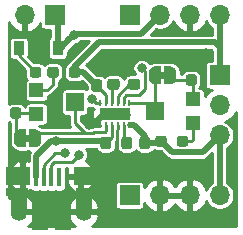
<source format=gtl>
%TF.GenerationSoftware,KiCad,Pcbnew,(5.1.10)-1*%
%TF.CreationDate,2021-06-21T20:23:21-05:00*%
%TF.ProjectId,USB_Dual_Supply,5553425f-4475-4616-9c5f-537570706c79,rev?*%
%TF.SameCoordinates,Original*%
%TF.FileFunction,Copper,L1,Top*%
%TF.FilePolarity,Positive*%
%FSLAX46Y46*%
G04 Gerber Fmt 4.6, Leading zero omitted, Abs format (unit mm)*
G04 Created by KiCad (PCBNEW (5.1.10)-1) date 2021-06-21 20:23:21*
%MOMM*%
%LPD*%
G01*
G04 APERTURE LIST*
%TA.AperFunction,EtchedComponent*%
%ADD10C,0.100000*%
%TD*%
%TA.AperFunction,SMDPad,CuDef*%
%ADD11R,0.250000X0.500000*%
%TD*%
%TA.AperFunction,ComponentPad*%
%ADD12C,0.600000*%
%TD*%
%TA.AperFunction,SMDPad,CuDef*%
%ADD13R,2.650000X1.000000*%
%TD*%
%TA.AperFunction,SMDPad,CuDef*%
%ADD14R,0.900000X1.200000*%
%TD*%
%TA.AperFunction,SMDPad,CuDef*%
%ADD15R,1.350000X2.000000*%
%TD*%
%TA.AperFunction,SMDPad,CuDef*%
%ADD16R,1.825000X0.700000*%
%TD*%
%TA.AperFunction,SMDPad,CuDef*%
%ADD17R,2.000000X1.500000*%
%TD*%
%TA.AperFunction,SMDPad,CuDef*%
%ADD18R,0.400000X1.650000*%
%TD*%
%TA.AperFunction,ComponentPad*%
%ADD19O,1.100000X1.500000*%
%TD*%
%TA.AperFunction,ComponentPad*%
%ADD20O,1.350000X1.700000*%
%TD*%
%TA.AperFunction,SMDPad,CuDef*%
%ADD21R,1.430000X2.500000*%
%TD*%
%TA.AperFunction,ComponentPad*%
%ADD22R,1.700000X1.700000*%
%TD*%
%TA.AperFunction,ComponentPad*%
%ADD23O,1.700000X1.700000*%
%TD*%
%TA.AperFunction,SMDPad,CuDef*%
%ADD24C,0.100000*%
%TD*%
%TA.AperFunction,SMDPad,CuDef*%
%ADD25R,1.500000X1.600000*%
%TD*%
%TA.AperFunction,SMDPad,CuDef*%
%ADD26R,1.200000X1.200000*%
%TD*%
%TA.AperFunction,ViaPad*%
%ADD27C,0.800000*%
%TD*%
%TA.AperFunction,Conductor*%
%ADD28C,0.500000*%
%TD*%
%TA.AperFunction,Conductor*%
%ADD29C,0.254000*%
%TD*%
%TA.AperFunction,Conductor*%
%ADD30C,0.250000*%
%TD*%
%TA.AperFunction,Conductor*%
%ADD31C,0.100000*%
%TD*%
G04 APERTURE END LIST*
D10*
%TO.C,JP1*%
G36*
X131830000Y-118664000D02*
G01*
X132330000Y-118664000D01*
X132330000Y-118064000D01*
X131830000Y-118064000D01*
X131830000Y-118664000D01*
G37*
%TO.C,JP2*%
G36*
X143760000Y-112730000D02*
G01*
X143260000Y-112730000D01*
X143260000Y-113330000D01*
X143760000Y-113330000D01*
X143760000Y-112730000D01*
G37*
%TD*%
D11*
%TO.P,U1,1*%
%TO.N,GND*%
X138196000Y-117282000D03*
%TO.P,U1,2*%
%TO.N,Net-(JP1-Pad1)*%
X138696000Y-117282000D03*
%TO.P,U1,3*%
%TO.N,/VIN*%
X139196000Y-117282000D03*
%TO.P,U1,4*%
%TO.N,GND*%
X139696000Y-117282000D03*
%TO.P,U1,5*%
%TO.N,Net-(C3-Pad1)*%
X140196000Y-117282000D03*
%TO.P,U1,6*%
%TO.N,/VSS*%
X140696000Y-117282000D03*
%TO.P,U1,7*%
%TO.N,Net-(JP2-Pad1)*%
X140696000Y-115382000D03*
%TO.P,U1,8*%
%TO.N,/VIN*%
X140196000Y-115382000D03*
%TO.P,U1,9*%
%TO.N,Net-(C2-Pad2)*%
X139696000Y-115382000D03*
%TO.P,U1,10*%
%TO.N,Net-(C2-Pad1)*%
X139196000Y-115382000D03*
%TO.P,U1,11*%
%TO.N,/VDD*%
X138696000Y-115382000D03*
%TO.P,U1,12*%
%TO.N,/VIN*%
X138196000Y-115382000D03*
D12*
%TO.P,U1,13*%
%TO.N,GND*%
X139446000Y-116332000D03*
X138446000Y-116332000D03*
X140446000Y-116332000D03*
D13*
X139446000Y-116332000D03*
%TD*%
D14*
%TO.P,D1,2*%
%TO.N,Net-(D1-Pad2)*%
X131318000Y-110744000D03*
%TO.P,D1,1*%
%TO.N,/VIN*%
X134618000Y-110744000D03*
%TD*%
%TO.P,C1,1*%
%TO.N,/VIN*%
%TA.AperFunction,SMDPad,CuDef*%
G36*
G01*
X138446500Y-118234000D02*
X138921500Y-118234000D01*
G75*
G02*
X139159000Y-118471500I0J-237500D01*
G01*
X139159000Y-119046500D01*
G75*
G02*
X138921500Y-119284000I-237500J0D01*
G01*
X138446500Y-119284000D01*
G75*
G02*
X138209000Y-119046500I0J237500D01*
G01*
X138209000Y-118471500D01*
G75*
G02*
X138446500Y-118234000I237500J0D01*
G01*
G37*
%TD.AperFunction*%
%TO.P,C1,2*%
%TO.N,GND*%
%TA.AperFunction,SMDPad,CuDef*%
G36*
G01*
X138446500Y-119984000D02*
X138921500Y-119984000D01*
G75*
G02*
X139159000Y-120221500I0J-237500D01*
G01*
X139159000Y-120796500D01*
G75*
G02*
X138921500Y-121034000I-237500J0D01*
G01*
X138446500Y-121034000D01*
G75*
G02*
X138209000Y-120796500I0J237500D01*
G01*
X138209000Y-120221500D01*
G75*
G02*
X138446500Y-119984000I237500J0D01*
G01*
G37*
%TD.AperFunction*%
%TD*%
%TO.P,C2,2*%
%TO.N,Net-(C2-Pad2)*%
%TA.AperFunction,SMDPad,CuDef*%
G36*
G01*
X140558000Y-114029500D02*
X140558000Y-113554500D01*
G75*
G02*
X140795500Y-113317000I237500J0D01*
G01*
X141370500Y-113317000D01*
G75*
G02*
X141608000Y-113554500I0J-237500D01*
G01*
X141608000Y-114029500D01*
G75*
G02*
X141370500Y-114267000I-237500J0D01*
G01*
X140795500Y-114267000D01*
G75*
G02*
X140558000Y-114029500I0J237500D01*
G01*
G37*
%TD.AperFunction*%
%TO.P,C2,1*%
%TO.N,Net-(C2-Pad1)*%
%TA.AperFunction,SMDPad,CuDef*%
G36*
G01*
X138808000Y-114029500D02*
X138808000Y-113554500D01*
G75*
G02*
X139045500Y-113317000I237500J0D01*
G01*
X139620500Y-113317000D01*
G75*
G02*
X139858000Y-113554500I0J-237500D01*
G01*
X139858000Y-114029500D01*
G75*
G02*
X139620500Y-114267000I-237500J0D01*
G01*
X139045500Y-114267000D01*
G75*
G02*
X138808000Y-114029500I0J237500D01*
G01*
G37*
%TD.AperFunction*%
%TD*%
%TO.P,C3,1*%
%TO.N,Net-(C3-Pad1)*%
%TA.AperFunction,SMDPad,CuDef*%
G36*
G01*
X140224500Y-118234000D02*
X140699500Y-118234000D01*
G75*
G02*
X140937000Y-118471500I0J-237500D01*
G01*
X140937000Y-119046500D01*
G75*
G02*
X140699500Y-119284000I-237500J0D01*
G01*
X140224500Y-119284000D01*
G75*
G02*
X139987000Y-119046500I0J237500D01*
G01*
X139987000Y-118471500D01*
G75*
G02*
X140224500Y-118234000I237500J0D01*
G01*
G37*
%TD.AperFunction*%
%TO.P,C3,2*%
%TO.N,GND*%
%TA.AperFunction,SMDPad,CuDef*%
G36*
G01*
X140224500Y-119984000D02*
X140699500Y-119984000D01*
G75*
G02*
X140937000Y-120221500I0J-237500D01*
G01*
X140937000Y-120796500D01*
G75*
G02*
X140699500Y-121034000I-237500J0D01*
G01*
X140224500Y-121034000D01*
G75*
G02*
X139987000Y-120796500I0J237500D01*
G01*
X139987000Y-120221500D01*
G75*
G02*
X140224500Y-119984000I237500J0D01*
G01*
G37*
%TD.AperFunction*%
%TD*%
%TO.P,C4,1*%
%TO.N,/VDD*%
%TA.AperFunction,SMDPad,CuDef*%
G36*
G01*
X138159500Y-114430000D02*
X137684500Y-114430000D01*
G75*
G02*
X137447000Y-114192500I0J237500D01*
G01*
X137447000Y-113617500D01*
G75*
G02*
X137684500Y-113380000I237500J0D01*
G01*
X138159500Y-113380000D01*
G75*
G02*
X138397000Y-113617500I0J-237500D01*
G01*
X138397000Y-114192500D01*
G75*
G02*
X138159500Y-114430000I-237500J0D01*
G01*
G37*
%TD.AperFunction*%
%TO.P,C4,2*%
%TO.N,GND*%
%TA.AperFunction,SMDPad,CuDef*%
G36*
G01*
X138159500Y-112680000D02*
X137684500Y-112680000D01*
G75*
G02*
X137447000Y-112442500I0J237500D01*
G01*
X137447000Y-111867500D01*
G75*
G02*
X137684500Y-111630000I237500J0D01*
G01*
X138159500Y-111630000D01*
G75*
G02*
X138397000Y-111867500I0J-237500D01*
G01*
X138397000Y-112442500D01*
G75*
G02*
X138159500Y-112680000I-237500J0D01*
G01*
G37*
%TD.AperFunction*%
%TD*%
%TO.P,C5,2*%
%TO.N,/VSS*%
%TA.AperFunction,SMDPad,CuDef*%
G36*
G01*
X142223500Y-119284000D02*
X141748500Y-119284000D01*
G75*
G02*
X141511000Y-119046500I0J237500D01*
G01*
X141511000Y-118471500D01*
G75*
G02*
X141748500Y-118234000I237500J0D01*
G01*
X142223500Y-118234000D01*
G75*
G02*
X142461000Y-118471500I0J-237500D01*
G01*
X142461000Y-119046500D01*
G75*
G02*
X142223500Y-119284000I-237500J0D01*
G01*
G37*
%TD.AperFunction*%
%TO.P,C5,1*%
%TO.N,GND*%
%TA.AperFunction,SMDPad,CuDef*%
G36*
G01*
X142223500Y-121034000D02*
X141748500Y-121034000D01*
G75*
G02*
X141511000Y-120796500I0J237500D01*
G01*
X141511000Y-120221500D01*
G75*
G02*
X141748500Y-119984000I237500J0D01*
G01*
X142223500Y-119984000D01*
G75*
G02*
X142461000Y-120221500I0J-237500D01*
G01*
X142461000Y-120796500D01*
G75*
G02*
X142223500Y-121034000I-237500J0D01*
G01*
G37*
%TD.AperFunction*%
%TD*%
D15*
%TO.P,J1,6*%
%TO.N,GND*%
X136837000Y-123629000D03*
X131357000Y-123629000D03*
D16*
X131137000Y-122879000D03*
X137087000Y-122879000D03*
D17*
X131237000Y-121579000D03*
X136987000Y-121559000D03*
D18*
%TO.P,J1,1*%
%TO.N,/VIN*%
X132787000Y-121679000D03*
%TO.P,J1,2*%
%TO.N,/USB_D-*%
X133437000Y-121679000D03*
%TO.P,J1,3*%
%TO.N,/USB_D+*%
X134087000Y-121679000D03*
%TO.P,J1,4*%
%TO.N,Net-(J1-Pad4)*%
X134737000Y-121679000D03*
%TO.P,J1,5*%
%TO.N,GND*%
X135387000Y-121679000D03*
D19*
%TO.P,J1,6*%
X131667000Y-121559000D03*
X136507000Y-121559000D03*
D20*
X131357000Y-124559000D03*
X136817000Y-124559000D03*
D21*
X133127000Y-124829000D03*
X135047000Y-124829000D03*
%TD*%
D22*
%TO.P,J2,1*%
%TO.N,/VIN*%
X134366000Y-107950000D03*
D23*
%TO.P,J2,2*%
%TO.N,GND*%
X131826000Y-107950000D03*
%TD*%
D22*
%TO.P,J3,1*%
%TO.N,/USB_D+*%
X140716000Y-107950000D03*
D23*
%TO.P,J3,2*%
%TO.N,/VIN*%
X143256000Y-107950000D03*
%TO.P,J3,3*%
%TO.N,GND*%
X145796000Y-107950000D03*
%TO.P,J3,4*%
%TO.N,/VDD*%
X148336000Y-107950000D03*
%TD*%
%TO.P,J4,4*%
%TO.N,/VSS*%
X148336000Y-123190000D03*
%TO.P,J4,3*%
%TO.N,GND*%
X145796000Y-123190000D03*
%TO.P,J4,2*%
X143256000Y-123190000D03*
D22*
%TO.P,J4,1*%
%TO.N,/USB_D-*%
X140716000Y-123190000D03*
%TD*%
%TO.P,J5,1*%
%TO.N,/VDD*%
X148336000Y-113030000D03*
D23*
%TO.P,J5,2*%
%TO.N,GND*%
X148336000Y-115570000D03*
%TO.P,J5,3*%
%TO.N,/VSS*%
X148336000Y-118110000D03*
%TD*%
%TA.AperFunction,SMDPad,CuDef*%
D24*
%TO.P,JP1,1*%
%TO.N,Net-(JP1-Pad1)*%
G36*
X132230000Y-117614000D02*
G01*
X132730000Y-117614000D01*
X132730000Y-117614602D01*
X132754534Y-117614602D01*
X132803365Y-117619412D01*
X132851490Y-117628984D01*
X132898445Y-117643228D01*
X132943778Y-117662005D01*
X132987051Y-117685136D01*
X133027850Y-117712396D01*
X133065779Y-117743524D01*
X133100476Y-117778221D01*
X133131604Y-117816150D01*
X133158864Y-117856949D01*
X133181995Y-117900222D01*
X133200772Y-117945555D01*
X133215016Y-117992510D01*
X133224588Y-118040635D01*
X133229398Y-118089466D01*
X133229398Y-118114000D01*
X133230000Y-118114000D01*
X133230000Y-118614000D01*
X133229398Y-118614000D01*
X133229398Y-118638534D01*
X133224588Y-118687365D01*
X133215016Y-118735490D01*
X133200772Y-118782445D01*
X133181995Y-118827778D01*
X133158864Y-118871051D01*
X133131604Y-118911850D01*
X133100476Y-118949779D01*
X133065779Y-118984476D01*
X133027850Y-119015604D01*
X132987051Y-119042864D01*
X132943778Y-119065995D01*
X132898445Y-119084772D01*
X132851490Y-119099016D01*
X132803365Y-119108588D01*
X132754534Y-119113398D01*
X132730000Y-119113398D01*
X132730000Y-119114000D01*
X132230000Y-119114000D01*
X132230000Y-117614000D01*
G37*
%TD.AperFunction*%
%TA.AperFunction,SMDPad,CuDef*%
%TO.P,JP1,2*%
%TO.N,Net-(JP1-Pad2)*%
G36*
X131430000Y-119113398D02*
G01*
X131405466Y-119113398D01*
X131356635Y-119108588D01*
X131308510Y-119099016D01*
X131261555Y-119084772D01*
X131216222Y-119065995D01*
X131172949Y-119042864D01*
X131132150Y-119015604D01*
X131094221Y-118984476D01*
X131059524Y-118949779D01*
X131028396Y-118911850D01*
X131001136Y-118871051D01*
X130978005Y-118827778D01*
X130959228Y-118782445D01*
X130944984Y-118735490D01*
X130935412Y-118687365D01*
X130930602Y-118638534D01*
X130930602Y-118614000D01*
X130930000Y-118614000D01*
X130930000Y-118114000D01*
X130930602Y-118114000D01*
X130930602Y-118089466D01*
X130935412Y-118040635D01*
X130944984Y-117992510D01*
X130959228Y-117945555D01*
X130978005Y-117900222D01*
X131001136Y-117856949D01*
X131028396Y-117816150D01*
X131059524Y-117778221D01*
X131094221Y-117743524D01*
X131132150Y-117712396D01*
X131172949Y-117685136D01*
X131216222Y-117662005D01*
X131261555Y-117643228D01*
X131308510Y-117628984D01*
X131356635Y-117619412D01*
X131405466Y-117614602D01*
X131430000Y-117614602D01*
X131430000Y-117614000D01*
X131930000Y-117614000D01*
X131930000Y-119114000D01*
X131430000Y-119114000D01*
X131430000Y-119113398D01*
G37*
%TD.AperFunction*%
%TD*%
%TA.AperFunction,SMDPad,CuDef*%
%TO.P,JP2,2*%
%TO.N,Net-(JP2-Pad2)*%
G36*
X144160000Y-112280602D02*
G01*
X144184534Y-112280602D01*
X144233365Y-112285412D01*
X144281490Y-112294984D01*
X144328445Y-112309228D01*
X144373778Y-112328005D01*
X144417051Y-112351136D01*
X144457850Y-112378396D01*
X144495779Y-112409524D01*
X144530476Y-112444221D01*
X144561604Y-112482150D01*
X144588864Y-112522949D01*
X144611995Y-112566222D01*
X144630772Y-112611555D01*
X144645016Y-112658510D01*
X144654588Y-112706635D01*
X144659398Y-112755466D01*
X144659398Y-112780000D01*
X144660000Y-112780000D01*
X144660000Y-113280000D01*
X144659398Y-113280000D01*
X144659398Y-113304534D01*
X144654588Y-113353365D01*
X144645016Y-113401490D01*
X144630772Y-113448445D01*
X144611995Y-113493778D01*
X144588864Y-113537051D01*
X144561604Y-113577850D01*
X144530476Y-113615779D01*
X144495779Y-113650476D01*
X144457850Y-113681604D01*
X144417051Y-113708864D01*
X144373778Y-113731995D01*
X144328445Y-113750772D01*
X144281490Y-113765016D01*
X144233365Y-113774588D01*
X144184534Y-113779398D01*
X144160000Y-113779398D01*
X144160000Y-113780000D01*
X143660000Y-113780000D01*
X143660000Y-112280000D01*
X144160000Y-112280000D01*
X144160000Y-112280602D01*
G37*
%TD.AperFunction*%
%TA.AperFunction,SMDPad,CuDef*%
%TO.P,JP2,1*%
%TO.N,Net-(JP2-Pad1)*%
G36*
X143360000Y-113780000D02*
G01*
X142860000Y-113780000D01*
X142860000Y-113779398D01*
X142835466Y-113779398D01*
X142786635Y-113774588D01*
X142738510Y-113765016D01*
X142691555Y-113750772D01*
X142646222Y-113731995D01*
X142602949Y-113708864D01*
X142562150Y-113681604D01*
X142524221Y-113650476D01*
X142489524Y-113615779D01*
X142458396Y-113577850D01*
X142431136Y-113537051D01*
X142408005Y-113493778D01*
X142389228Y-113448445D01*
X142374984Y-113401490D01*
X142365412Y-113353365D01*
X142360602Y-113304534D01*
X142360602Y-113280000D01*
X142360000Y-113280000D01*
X142360000Y-112780000D01*
X142360602Y-112780000D01*
X142360602Y-112755466D01*
X142365412Y-112706635D01*
X142374984Y-112658510D01*
X142389228Y-112611555D01*
X142408005Y-112566222D01*
X142431136Y-112522949D01*
X142458396Y-112482150D01*
X142489524Y-112444221D01*
X142524221Y-112409524D01*
X142562150Y-112378396D01*
X142602949Y-112351136D01*
X142646222Y-112328005D01*
X142691555Y-112309228D01*
X142738510Y-112294984D01*
X142786635Y-112285412D01*
X142835466Y-112280602D01*
X142860000Y-112280602D01*
X142860000Y-112280000D01*
X143360000Y-112280000D01*
X143360000Y-113780000D01*
G37*
%TD.AperFunction*%
%TD*%
%TO.P,R1,1*%
%TO.N,Net-(D1-Pad2)*%
%TA.AperFunction,SMDPad,CuDef*%
G36*
G01*
X133226000Y-112538500D02*
X133226000Y-113013500D01*
G75*
G02*
X132988500Y-113251000I-237500J0D01*
G01*
X132488500Y-113251000D01*
G75*
G02*
X132251000Y-113013500I0J237500D01*
G01*
X132251000Y-112538500D01*
G75*
G02*
X132488500Y-112301000I237500J0D01*
G01*
X132988500Y-112301000D01*
G75*
G02*
X133226000Y-112538500I0J-237500D01*
G01*
G37*
%TD.AperFunction*%
%TO.P,R1,2*%
%TO.N,GND*%
%TA.AperFunction,SMDPad,CuDef*%
G36*
G01*
X131401000Y-112538500D02*
X131401000Y-113013500D01*
G75*
G02*
X131163500Y-113251000I-237500J0D01*
G01*
X130663500Y-113251000D01*
G75*
G02*
X130426000Y-113013500I0J237500D01*
G01*
X130426000Y-112538500D01*
G75*
G02*
X130663500Y-112301000I237500J0D01*
G01*
X131163500Y-112301000D01*
G75*
G02*
X131401000Y-112538500I0J-237500D01*
G01*
G37*
%TD.AperFunction*%
%TD*%
%TO.P,R2,1*%
%TO.N,Net-(R2-Pad1)*%
%TA.AperFunction,SMDPad,CuDef*%
G36*
G01*
X133728000Y-113013500D02*
X133728000Y-112538500D01*
G75*
G02*
X133965500Y-112301000I237500J0D01*
G01*
X134465500Y-112301000D01*
G75*
G02*
X134703000Y-112538500I0J-237500D01*
G01*
X134703000Y-113013500D01*
G75*
G02*
X134465500Y-113251000I-237500J0D01*
G01*
X133965500Y-113251000D01*
G75*
G02*
X133728000Y-113013500I0J237500D01*
G01*
G37*
%TD.AperFunction*%
%TO.P,R2,2*%
%TO.N,/VDD*%
%TA.AperFunction,SMDPad,CuDef*%
G36*
G01*
X135553000Y-113013500D02*
X135553000Y-112538500D01*
G75*
G02*
X135790500Y-112301000I237500J0D01*
G01*
X136290500Y-112301000D01*
G75*
G02*
X136528000Y-112538500I0J-237500D01*
G01*
X136528000Y-113013500D01*
G75*
G02*
X136290500Y-113251000I-237500J0D01*
G01*
X135790500Y-113251000D01*
G75*
G02*
X135553000Y-113013500I0J237500D01*
G01*
G37*
%TD.AperFunction*%
%TD*%
%TO.P,R3,2*%
%TO.N,/VSS*%
%TA.AperFunction,SMDPad,CuDef*%
G36*
G01*
X143847000Y-118380500D02*
X143847000Y-118855500D01*
G75*
G02*
X143609500Y-119093000I-237500J0D01*
G01*
X143109500Y-119093000D01*
G75*
G02*
X142872000Y-118855500I0J237500D01*
G01*
X142872000Y-118380500D01*
G75*
G02*
X143109500Y-118143000I237500J0D01*
G01*
X143609500Y-118143000D01*
G75*
G02*
X143847000Y-118380500I0J-237500D01*
G01*
G37*
%TD.AperFunction*%
%TO.P,R3,1*%
%TO.N,Net-(R3-Pad1)*%
%TA.AperFunction,SMDPad,CuDef*%
G36*
G01*
X145672000Y-118380500D02*
X145672000Y-118855500D01*
G75*
G02*
X145434500Y-119093000I-237500J0D01*
G01*
X144934500Y-119093000D01*
G75*
G02*
X144697000Y-118855500I0J237500D01*
G01*
X144697000Y-118380500D01*
G75*
G02*
X144934500Y-118143000I237500J0D01*
G01*
X145434500Y-118143000D01*
G75*
G02*
X145672000Y-118380500I0J-237500D01*
G01*
G37*
%TD.AperFunction*%
%TD*%
%TO.P,R4,2*%
%TO.N,GND*%
%TA.AperFunction,SMDPad,CuDef*%
G36*
G01*
X131301500Y-114891000D02*
X130826500Y-114891000D01*
G75*
G02*
X130589000Y-114653500I0J237500D01*
G01*
X130589000Y-114153500D01*
G75*
G02*
X130826500Y-113916000I237500J0D01*
G01*
X131301500Y-113916000D01*
G75*
G02*
X131539000Y-114153500I0J-237500D01*
G01*
X131539000Y-114653500D01*
G75*
G02*
X131301500Y-114891000I-237500J0D01*
G01*
G37*
%TD.AperFunction*%
%TO.P,R4,1*%
%TO.N,Net-(JP1-Pad2)*%
%TA.AperFunction,SMDPad,CuDef*%
G36*
G01*
X131301500Y-116716000D02*
X130826500Y-116716000D01*
G75*
G02*
X130589000Y-116478500I0J237500D01*
G01*
X130589000Y-115978500D01*
G75*
G02*
X130826500Y-115741000I237500J0D01*
G01*
X131301500Y-115741000D01*
G75*
G02*
X131539000Y-115978500I0J-237500D01*
G01*
X131539000Y-116478500D01*
G75*
G02*
X131301500Y-116716000I-237500J0D01*
G01*
G37*
%TD.AperFunction*%
%TD*%
%TO.P,R5,1*%
%TO.N,Net-(JP2-Pad2)*%
%TA.AperFunction,SMDPad,CuDef*%
G36*
G01*
X146160500Y-113922000D02*
X145685500Y-113922000D01*
G75*
G02*
X145448000Y-113684500I0J237500D01*
G01*
X145448000Y-113184500D01*
G75*
G02*
X145685500Y-112947000I237500J0D01*
G01*
X146160500Y-112947000D01*
G75*
G02*
X146398000Y-113184500I0J-237500D01*
G01*
X146398000Y-113684500D01*
G75*
G02*
X146160500Y-113922000I-237500J0D01*
G01*
G37*
%TD.AperFunction*%
%TO.P,R5,2*%
%TO.N,GND*%
%TA.AperFunction,SMDPad,CuDef*%
G36*
G01*
X146160500Y-112097000D02*
X145685500Y-112097000D01*
G75*
G02*
X145448000Y-111859500I0J237500D01*
G01*
X145448000Y-111359500D01*
G75*
G02*
X145685500Y-111122000I237500J0D01*
G01*
X146160500Y-111122000D01*
G75*
G02*
X146398000Y-111359500I0J-237500D01*
G01*
X146398000Y-111859500D01*
G75*
G02*
X146160500Y-112097000I-237500J0D01*
G01*
G37*
%TD.AperFunction*%
%TD*%
D25*
%TO.P,RV1,2*%
%TO.N,Net-(JP1-Pad1)*%
X136070000Y-115316000D03*
D26*
%TO.P,RV1,3*%
%TO.N,Net-(JP1-Pad2)*%
X132820000Y-116316000D03*
%TO.P,RV1,1*%
%TO.N,Net-(R2-Pad1)*%
X132820000Y-114316000D03*
%TD*%
%TO.P,RV2,1*%
%TO.N,Net-(R3-Pad1)*%
X146072000Y-117078000D03*
%TO.P,RV2,3*%
%TO.N,Net-(JP2-Pad2)*%
X146072000Y-115078000D03*
D25*
%TO.P,RV2,2*%
%TO.N,Net-(JP2-Pad1)*%
X142822000Y-116078000D03*
%TD*%
D27*
%TO.N,/VIN*%
X134491001Y-118619999D03*
X141732000Y-112395000D03*
X137504010Y-115062000D03*
X136017000Y-109600998D03*
%TO.N,GND*%
X139446000Y-111633000D03*
X147193000Y-111125000D03*
X143129000Y-120650000D03*
X137287000Y-117221000D03*
%TO.N,/USB_D-*%
X135255000Y-119634010D03*
%TO.N,/USB_D+*%
X136398000Y-119761000D03*
%TD*%
D28*
%TO.N,/VIN*%
X134618000Y-108202000D02*
X134366000Y-107950000D01*
X134618000Y-110744000D02*
X134618000Y-108202000D01*
X132787000Y-119897114D02*
X132787000Y-121679000D01*
X134064115Y-118619999D02*
X132787000Y-119897114D01*
X138684000Y-118759000D02*
X138544999Y-118619999D01*
D29*
X139196000Y-118247000D02*
X138684000Y-118759000D01*
X139196000Y-117282000D02*
X139196000Y-118247000D01*
D28*
X134494999Y-118619999D02*
X134491001Y-118619999D01*
X138544999Y-118619999D02*
X134494999Y-118619999D01*
X134491001Y-118619999D02*
X134064115Y-118619999D01*
D29*
X134618000Y-110744000D02*
X134874000Y-110744000D01*
X142004999Y-114193341D02*
X142004999Y-112667999D01*
X140196000Y-115382000D02*
X140196000Y-114918398D01*
X140196000Y-114918398D02*
X140382408Y-114731990D01*
X140382408Y-114731990D02*
X141466350Y-114731990D01*
X141466350Y-114731990D02*
X142004999Y-114193341D01*
X142004999Y-112667999D02*
X141732000Y-112395000D01*
X138196000Y-115382000D02*
X137824010Y-115382000D01*
X137824010Y-115382000D02*
X137504010Y-115062000D01*
D28*
X134874000Y-110744000D02*
X135617001Y-110000997D01*
X135617001Y-110000997D02*
X136017000Y-109600998D01*
X136082009Y-109535989D02*
X136017000Y-109600998D01*
X143256000Y-107950000D02*
X141670011Y-109535989D01*
X141670011Y-109535989D02*
X136082009Y-109535989D01*
D29*
%TO.N,GND*%
X139650010Y-117651990D02*
X139650010Y-119810990D01*
X139696000Y-117606000D02*
X139650010Y-117651990D01*
X139696000Y-117282000D02*
X139696000Y-117606000D01*
D30*
%TO.N,Net-(C2-Pad2)*%
X140653510Y-113792000D02*
X141083000Y-113792000D01*
X139696000Y-114749510D02*
X140653510Y-113792000D01*
X139696000Y-115382000D02*
X139696000Y-114749510D01*
%TO.N,Net-(C2-Pad1)*%
X139196000Y-113929000D02*
X139333000Y-113792000D01*
X139196000Y-115382000D02*
X139196000Y-113929000D01*
D29*
%TO.N,Net-(C3-Pad1)*%
X140193991Y-118490991D02*
X140193991Y-117282000D01*
X140462000Y-118759000D02*
X140193991Y-118490991D01*
D30*
%TO.N,/VDD*%
X138696000Y-114679000D02*
X137922000Y-113905000D01*
X138696000Y-115382000D02*
X138696000Y-114679000D01*
D28*
X136793000Y-112776000D02*
X137922000Y-113905000D01*
X136040500Y-112776000D02*
X136793000Y-112776000D01*
X148336000Y-110671990D02*
X148336000Y-107950000D01*
X148336000Y-110671990D02*
X148336000Y-113030000D01*
X138105500Y-110236000D02*
X147900010Y-110236000D01*
X136040500Y-112301000D02*
X138105500Y-110236000D01*
X136040500Y-112776000D02*
X136040500Y-112301000D01*
X147900010Y-110236000D02*
X148336000Y-110671990D01*
%TO.N,/VSS*%
X141986000Y-118172000D02*
X141096000Y-117282000D01*
X141986000Y-118759000D02*
X141986000Y-118172000D01*
X143218500Y-118759000D02*
X141986000Y-118759000D01*
X141096000Y-117282000D02*
X140771001Y-117282000D01*
X143359500Y-118618000D02*
X143218500Y-118759000D01*
X146902990Y-119543010D02*
X148336000Y-118110000D01*
X148336000Y-118110000D02*
X148336000Y-123190000D01*
X144284510Y-119543010D02*
X146902990Y-119543010D01*
X143359500Y-118618000D02*
X144284510Y-119543010D01*
D30*
%TO.N,/USB_D-*%
X133437000Y-120604000D02*
X134406990Y-119634010D01*
X133437000Y-121679000D02*
X133437000Y-120604000D01*
X134406990Y-119634010D02*
X135255000Y-119634010D01*
%TO.N,/USB_D+*%
X135799990Y-120359010D02*
X136398000Y-119761000D01*
X134087000Y-121679000D02*
X134087000Y-120604000D01*
X134087000Y-120604000D02*
X134331990Y-120359010D01*
X134331990Y-120359010D02*
X135799990Y-120359010D01*
D29*
%TO.N,Net-(JP1-Pad1)*%
X136070000Y-117079962D02*
X136938039Y-117948001D01*
X136070000Y-115316000D02*
X136070000Y-117079962D01*
X138696000Y-117745602D02*
X138696000Y-117282000D01*
X138582601Y-117859001D02*
X138696000Y-117745602D01*
X137724961Y-117859001D02*
X138582601Y-117859001D01*
X137635961Y-117948001D02*
X137724961Y-117859001D01*
X136938039Y-117948001D02*
X137635961Y-117948001D01*
X136883036Y-117892998D02*
X136938039Y-117948001D01*
X133201002Y-117892998D02*
X136883036Y-117892998D01*
X132730000Y-118364000D02*
X133201002Y-117892998D01*
%TO.N,Net-(JP1-Pad2)*%
X131064000Y-117998000D02*
X131430000Y-118364000D01*
X131064000Y-116228500D02*
X131064000Y-117998000D01*
X132732500Y-116228500D02*
X132820000Y-116316000D01*
X131064000Y-116228500D02*
X132732500Y-116228500D01*
%TO.N,Net-(JP2-Pad2)*%
X144564500Y-113434500D02*
X144160000Y-113030000D01*
X145923000Y-113434500D02*
X144564500Y-113434500D01*
X146072000Y-113583500D02*
X145923000Y-113434500D01*
X146072000Y-115078000D02*
X146072000Y-113583500D01*
D30*
%TO.N,Net-(JP2-Pad1)*%
X142126000Y-115382000D02*
X142822000Y-116078000D01*
X140696000Y-115382000D02*
X142126000Y-115382000D01*
D29*
X142822000Y-113068000D02*
X142860000Y-113030000D01*
X142822000Y-116078000D02*
X142822000Y-113068000D01*
D30*
%TO.N,Net-(D1-Pad2)*%
X131318000Y-111355500D02*
X132738500Y-112776000D01*
X131318000Y-110744000D02*
X131318000Y-111355500D01*
D29*
%TO.N,Net-(R2-Pad1)*%
X132820000Y-114316000D02*
X133715000Y-114316000D01*
X134215500Y-113815500D02*
X134215500Y-112776000D01*
X133715000Y-114316000D02*
X134215500Y-113815500D01*
%TO.N,Net-(R3-Pad1)*%
X146072000Y-117078000D02*
X146072000Y-118469000D01*
X145923000Y-118618000D02*
X145184500Y-118618000D01*
X146072000Y-118469000D02*
X145923000Y-118618000D01*
%TD*%
%TO.N,GND*%
X149708001Y-125832000D02*
X137525798Y-125832000D01*
X137627196Y-125767478D01*
X137813250Y-125589559D01*
X137961019Y-125378761D01*
X138064824Y-125143185D01*
X138120675Y-124891884D01*
X137970573Y-124686000D01*
X136944000Y-124686000D01*
X136944000Y-124706000D01*
X136690000Y-124706000D01*
X136690000Y-124686000D01*
X135663427Y-124686000D01*
X135513325Y-124891884D01*
X135569176Y-125143185D01*
X135672981Y-125378761D01*
X135820750Y-125589559D01*
X136006804Y-125767478D01*
X136108202Y-125832000D01*
X132065798Y-125832000D01*
X132167196Y-125767478D01*
X132353250Y-125589559D01*
X132501019Y-125378761D01*
X132604824Y-125143185D01*
X132660675Y-124891884D01*
X132510573Y-124686000D01*
X131484000Y-124686000D01*
X131484000Y-124706000D01*
X131230000Y-124706000D01*
X131230000Y-124686000D01*
X131210000Y-124686000D01*
X131210000Y-124432000D01*
X131230000Y-124432000D01*
X131230000Y-123239776D01*
X131484000Y-123239776D01*
X131484000Y-124432000D01*
X132510573Y-124432000D01*
X132660675Y-124226116D01*
X135513325Y-124226116D01*
X135663427Y-124432000D01*
X136690000Y-124432000D01*
X136690000Y-123239776D01*
X136944000Y-123239776D01*
X136944000Y-124432000D01*
X137970573Y-124432000D01*
X138120675Y-124226116D01*
X138064824Y-123974815D01*
X137961019Y-123739239D01*
X137813250Y-123528441D01*
X137627196Y-123350522D01*
X137410007Y-123212319D01*
X137170029Y-123119143D01*
X137146400Y-123116090D01*
X136944000Y-123239776D01*
X136690000Y-123239776D01*
X136487600Y-123116090D01*
X136463971Y-123119143D01*
X136223993Y-123212319D01*
X136006804Y-123350522D01*
X135820750Y-123528441D01*
X135672981Y-123739239D01*
X135569176Y-123974815D01*
X135513325Y-124226116D01*
X132660675Y-124226116D01*
X132604824Y-123974815D01*
X132501019Y-123739239D01*
X132353250Y-123528441D01*
X132167196Y-123350522D01*
X131950007Y-123212319D01*
X131710029Y-123119143D01*
X131686400Y-123116090D01*
X131484000Y-123239776D01*
X131230000Y-123239776D01*
X131027600Y-123116090D01*
X131003971Y-123119143D01*
X130763993Y-123212319D01*
X130546804Y-123350522D01*
X130454000Y-123439268D01*
X130454000Y-121872884D01*
X130481316Y-121872884D01*
X130526316Y-122102011D01*
X130615152Y-122317957D01*
X130744410Y-122512422D01*
X130909123Y-122677934D01*
X131102961Y-122808131D01*
X131318474Y-122898011D01*
X131357256Y-122902803D01*
X131540000Y-122777361D01*
X131540000Y-121686000D01*
X130636848Y-121686000D01*
X130481316Y-121872884D01*
X130454000Y-121872884D01*
X130454000Y-121245116D01*
X130481316Y-121245116D01*
X130636848Y-121432000D01*
X131540000Y-121432000D01*
X131540000Y-120340639D01*
X131357256Y-120215197D01*
X131318474Y-120219989D01*
X131102961Y-120309869D01*
X130909123Y-120440066D01*
X130744410Y-120605578D01*
X130615152Y-120800043D01*
X130526316Y-121015989D01*
X130481316Y-121245116D01*
X130454000Y-121245116D01*
X130454000Y-116971435D01*
X130481856Y-116994296D01*
X130556000Y-117033927D01*
X130556001Y-117973046D01*
X130553543Y-117998000D01*
X130554853Y-118011299D01*
X130549565Y-118064991D01*
X130549565Y-118089550D01*
X130547157Y-118114000D01*
X130547157Y-118614000D01*
X130549565Y-118638450D01*
X130549565Y-118663009D01*
X130556921Y-118737698D01*
X130576043Y-118833831D01*
X130597828Y-118905648D01*
X130635337Y-118996204D01*
X130670717Y-119062394D01*
X130725173Y-119143893D01*
X130772784Y-119201908D01*
X130842092Y-119271216D01*
X130900107Y-119318827D01*
X130981606Y-119373283D01*
X131047796Y-119408663D01*
X131138352Y-119446172D01*
X131210169Y-119467957D01*
X131306302Y-119487079D01*
X131380991Y-119494435D01*
X131405550Y-119494435D01*
X131430000Y-119496843D01*
X131930000Y-119496843D01*
X132004689Y-119489487D01*
X132076508Y-119467701D01*
X132080000Y-119465834D01*
X132083492Y-119467701D01*
X132155311Y-119489487D01*
X132230000Y-119496843D01*
X132299205Y-119496843D01*
X132259804Y-119544854D01*
X132201211Y-119654473D01*
X132165130Y-119773417D01*
X132156000Y-119866117D01*
X132156000Y-119866124D01*
X132152948Y-119897114D01*
X132156000Y-119928105D01*
X132156000Y-120278574D01*
X132015526Y-120219989D01*
X131976744Y-120215197D01*
X131794000Y-120340639D01*
X131794000Y-121432000D01*
X131814000Y-121432000D01*
X131814000Y-121686000D01*
X131794000Y-121686000D01*
X131794000Y-122777361D01*
X131976744Y-122902803D01*
X132015526Y-122898011D01*
X132231039Y-122808131D01*
X132303676Y-122759342D01*
X132316289Y-122774711D01*
X132374304Y-122822322D01*
X132440492Y-122857701D01*
X132512311Y-122879487D01*
X132587000Y-122886843D01*
X132987000Y-122886843D01*
X133061689Y-122879487D01*
X133112000Y-122864225D01*
X133162311Y-122879487D01*
X133237000Y-122886843D01*
X133637000Y-122886843D01*
X133711689Y-122879487D01*
X133762000Y-122864225D01*
X133812311Y-122879487D01*
X133887000Y-122886843D01*
X134287000Y-122886843D01*
X134361689Y-122879487D01*
X134412000Y-122864225D01*
X134462311Y-122879487D01*
X134537000Y-122886843D01*
X134937000Y-122886843D01*
X135011689Y-122879487D01*
X135083508Y-122857701D01*
X135149696Y-122822322D01*
X135207711Y-122774711D01*
X135255322Y-122716696D01*
X135290701Y-122650508D01*
X135312487Y-122578689D01*
X135319843Y-122504000D01*
X135319843Y-121872884D01*
X135321316Y-121872884D01*
X135366316Y-122102011D01*
X135455152Y-122317957D01*
X135584410Y-122512422D01*
X135749123Y-122677934D01*
X135942961Y-122808131D01*
X136158474Y-122898011D01*
X136197256Y-122902803D01*
X136380000Y-122777361D01*
X136380000Y-121686000D01*
X136634000Y-121686000D01*
X136634000Y-122777361D01*
X136816744Y-122902803D01*
X136855526Y-122898011D01*
X137071039Y-122808131D01*
X137264877Y-122677934D01*
X137429590Y-122512422D01*
X137544196Y-122340000D01*
X139483157Y-122340000D01*
X139483157Y-124040000D01*
X139490513Y-124114689D01*
X139512299Y-124186508D01*
X139547678Y-124252696D01*
X139595289Y-124310711D01*
X139653304Y-124358322D01*
X139719492Y-124393701D01*
X139791311Y-124415487D01*
X139866000Y-124422843D01*
X141566000Y-124422843D01*
X141640689Y-124415487D01*
X141712508Y-124393701D01*
X141778696Y-124358322D01*
X141836711Y-124310711D01*
X141884322Y-124252696D01*
X141919701Y-124186508D01*
X141941487Y-124114689D01*
X141948843Y-124040000D01*
X141948843Y-123883367D01*
X142060822Y-124071355D01*
X142255731Y-124287588D01*
X142489080Y-124461641D01*
X142751901Y-124586825D01*
X142899110Y-124631476D01*
X143129000Y-124510155D01*
X143129000Y-123317000D01*
X143383000Y-123317000D01*
X143383000Y-124510155D01*
X143612890Y-124631476D01*
X143760099Y-124586825D01*
X144022920Y-124461641D01*
X144256269Y-124287588D01*
X144451178Y-124071355D01*
X144526000Y-123945745D01*
X144600822Y-124071355D01*
X144795731Y-124287588D01*
X145029080Y-124461641D01*
X145291901Y-124586825D01*
X145439110Y-124631476D01*
X145669000Y-124510155D01*
X145669000Y-123317000D01*
X143383000Y-123317000D01*
X143129000Y-123317000D01*
X143109000Y-123317000D01*
X143109000Y-123063000D01*
X143129000Y-123063000D01*
X143129000Y-121869845D01*
X143383000Y-121869845D01*
X143383000Y-123063000D01*
X145669000Y-123063000D01*
X145669000Y-121869845D01*
X145439110Y-121748524D01*
X145291901Y-121793175D01*
X145029080Y-121918359D01*
X144795731Y-122092412D01*
X144600822Y-122308645D01*
X144526000Y-122434255D01*
X144451178Y-122308645D01*
X144256269Y-122092412D01*
X144022920Y-121918359D01*
X143760099Y-121793175D01*
X143612890Y-121748524D01*
X143383000Y-121869845D01*
X143129000Y-121869845D01*
X142899110Y-121748524D01*
X142751901Y-121793175D01*
X142489080Y-121918359D01*
X142255731Y-122092412D01*
X142060822Y-122308645D01*
X141948843Y-122496633D01*
X141948843Y-122340000D01*
X141941487Y-122265311D01*
X141919701Y-122193492D01*
X141884322Y-122127304D01*
X141836711Y-122069289D01*
X141778696Y-122021678D01*
X141712508Y-121986299D01*
X141640689Y-121964513D01*
X141566000Y-121957157D01*
X139866000Y-121957157D01*
X139791311Y-121964513D01*
X139719492Y-121986299D01*
X139653304Y-122021678D01*
X139595289Y-122069289D01*
X139547678Y-122127304D01*
X139512299Y-122193492D01*
X139490513Y-122265311D01*
X139483157Y-122340000D01*
X137544196Y-122340000D01*
X137558848Y-122317957D01*
X137647684Y-122102011D01*
X137692684Y-121872884D01*
X137537152Y-121686000D01*
X136634000Y-121686000D01*
X136380000Y-121686000D01*
X135476848Y-121686000D01*
X135321316Y-121872884D01*
X135319843Y-121872884D01*
X135319843Y-120865010D01*
X135428426Y-120865010D01*
X135366316Y-121015989D01*
X135321316Y-121245116D01*
X135476848Y-121432000D01*
X136380000Y-121432000D01*
X136380000Y-121412000D01*
X136634000Y-121412000D01*
X136634000Y-121432000D01*
X137537152Y-121432000D01*
X137692684Y-121245116D01*
X137647684Y-121015989D01*
X137558848Y-120800043D01*
X137429590Y-120605578D01*
X137264877Y-120440066D01*
X137071039Y-120309869D01*
X136988186Y-120275315D01*
X137004642Y-120258859D01*
X137090113Y-120130942D01*
X137148987Y-119988809D01*
X137179000Y-119837922D01*
X137179000Y-119684078D01*
X137148987Y-119533191D01*
X137090113Y-119391058D01*
X137004642Y-119263141D01*
X136992500Y-119250999D01*
X137863399Y-119250999D01*
X137873378Y-119283895D01*
X137930704Y-119391144D01*
X138007851Y-119485149D01*
X138101856Y-119562296D01*
X138209105Y-119619622D01*
X138325477Y-119654923D01*
X138446500Y-119666843D01*
X138921500Y-119666843D01*
X139042523Y-119654923D01*
X139158895Y-119619622D01*
X139266144Y-119562296D01*
X139360149Y-119485149D01*
X139437296Y-119391144D01*
X139494622Y-119283895D01*
X139529923Y-119167523D01*
X139541843Y-119046500D01*
X139541843Y-118620344D01*
X139556948Y-118607948D01*
X139593297Y-118563656D01*
X139604157Y-118550423D01*
X139604157Y-119046500D01*
X139616077Y-119167523D01*
X139651378Y-119283895D01*
X139708704Y-119391144D01*
X139785851Y-119485149D01*
X139879856Y-119562296D01*
X139987105Y-119619622D01*
X140103477Y-119654923D01*
X140224500Y-119666843D01*
X140699500Y-119666843D01*
X140820523Y-119654923D01*
X140936895Y-119619622D01*
X141044144Y-119562296D01*
X141138149Y-119485149D01*
X141215296Y-119391144D01*
X141224000Y-119374860D01*
X141232704Y-119391144D01*
X141309851Y-119485149D01*
X141403856Y-119562296D01*
X141511105Y-119619622D01*
X141627477Y-119654923D01*
X141748500Y-119666843D01*
X142223500Y-119666843D01*
X142344523Y-119654923D01*
X142460895Y-119619622D01*
X142568144Y-119562296D01*
X142662149Y-119485149D01*
X142739296Y-119391144D01*
X142739907Y-119390000D01*
X142799849Y-119390000D01*
X142872105Y-119428622D01*
X142988477Y-119463923D01*
X143109500Y-119475843D01*
X143324975Y-119475843D01*
X143816409Y-119967278D01*
X143836167Y-119991353D01*
X143860242Y-120011111D01*
X143860244Y-120011113D01*
X143872061Y-120020811D01*
X143932249Y-120070206D01*
X144041868Y-120128799D01*
X144160812Y-120164880D01*
X144253512Y-120174010D01*
X144253519Y-120174010D01*
X144284510Y-120177062D01*
X144315500Y-120174010D01*
X146872000Y-120174010D01*
X146902990Y-120177062D01*
X146933980Y-120174010D01*
X146933988Y-120174010D01*
X147026688Y-120164880D01*
X147145632Y-120128799D01*
X147255251Y-120070206D01*
X147351333Y-119991353D01*
X147371095Y-119967273D01*
X147705000Y-119633368D01*
X147705001Y-122131109D01*
X147551283Y-122233820D01*
X147379820Y-122405283D01*
X147245102Y-122606903D01*
X147197772Y-122721168D01*
X147140157Y-122558748D01*
X146991178Y-122308645D01*
X146796269Y-122092412D01*
X146562920Y-121918359D01*
X146300099Y-121793175D01*
X146152890Y-121748524D01*
X145923000Y-121869845D01*
X145923000Y-123063000D01*
X145943000Y-123063000D01*
X145943000Y-123317000D01*
X145923000Y-123317000D01*
X145923000Y-124510155D01*
X146152890Y-124631476D01*
X146300099Y-124586825D01*
X146562920Y-124461641D01*
X146796269Y-124287588D01*
X146991178Y-124071355D01*
X147140157Y-123821252D01*
X147197772Y-123658832D01*
X147245102Y-123773097D01*
X147379820Y-123974717D01*
X147551283Y-124146180D01*
X147752903Y-124280898D01*
X147976931Y-124373693D01*
X148214757Y-124421000D01*
X148457243Y-124421000D01*
X148695069Y-124373693D01*
X148919097Y-124280898D01*
X149120717Y-124146180D01*
X149292180Y-123974717D01*
X149426898Y-123773097D01*
X149519693Y-123549069D01*
X149567000Y-123311243D01*
X149567000Y-123068757D01*
X149519693Y-122830931D01*
X149426898Y-122606903D01*
X149292180Y-122405283D01*
X149120717Y-122233820D01*
X148967000Y-122131110D01*
X148967000Y-119168890D01*
X149120717Y-119066180D01*
X149292180Y-118894717D01*
X149426898Y-118693097D01*
X149519693Y-118469069D01*
X149567000Y-118231243D01*
X149567000Y-117988757D01*
X149519693Y-117750931D01*
X149426898Y-117526903D01*
X149292180Y-117325283D01*
X149120717Y-117153820D01*
X148919097Y-117019102D01*
X148804832Y-116971772D01*
X148967252Y-116914157D01*
X149217355Y-116765178D01*
X149433588Y-116570269D01*
X149607641Y-116336920D01*
X149708000Y-116126217D01*
X149708001Y-125832000D01*
%TA.AperFunction,Conductor*%
D31*
G36*
X149708001Y-125832000D02*
G01*
X137525798Y-125832000D01*
X137627196Y-125767478D01*
X137813250Y-125589559D01*
X137961019Y-125378761D01*
X138064824Y-125143185D01*
X138120675Y-124891884D01*
X137970573Y-124686000D01*
X136944000Y-124686000D01*
X136944000Y-124706000D01*
X136690000Y-124706000D01*
X136690000Y-124686000D01*
X135663427Y-124686000D01*
X135513325Y-124891884D01*
X135569176Y-125143185D01*
X135672981Y-125378761D01*
X135820750Y-125589559D01*
X136006804Y-125767478D01*
X136108202Y-125832000D01*
X132065798Y-125832000D01*
X132167196Y-125767478D01*
X132353250Y-125589559D01*
X132501019Y-125378761D01*
X132604824Y-125143185D01*
X132660675Y-124891884D01*
X132510573Y-124686000D01*
X131484000Y-124686000D01*
X131484000Y-124706000D01*
X131230000Y-124706000D01*
X131230000Y-124686000D01*
X131210000Y-124686000D01*
X131210000Y-124432000D01*
X131230000Y-124432000D01*
X131230000Y-123239776D01*
X131484000Y-123239776D01*
X131484000Y-124432000D01*
X132510573Y-124432000D01*
X132660675Y-124226116D01*
X135513325Y-124226116D01*
X135663427Y-124432000D01*
X136690000Y-124432000D01*
X136690000Y-123239776D01*
X136944000Y-123239776D01*
X136944000Y-124432000D01*
X137970573Y-124432000D01*
X138120675Y-124226116D01*
X138064824Y-123974815D01*
X137961019Y-123739239D01*
X137813250Y-123528441D01*
X137627196Y-123350522D01*
X137410007Y-123212319D01*
X137170029Y-123119143D01*
X137146400Y-123116090D01*
X136944000Y-123239776D01*
X136690000Y-123239776D01*
X136487600Y-123116090D01*
X136463971Y-123119143D01*
X136223993Y-123212319D01*
X136006804Y-123350522D01*
X135820750Y-123528441D01*
X135672981Y-123739239D01*
X135569176Y-123974815D01*
X135513325Y-124226116D01*
X132660675Y-124226116D01*
X132604824Y-123974815D01*
X132501019Y-123739239D01*
X132353250Y-123528441D01*
X132167196Y-123350522D01*
X131950007Y-123212319D01*
X131710029Y-123119143D01*
X131686400Y-123116090D01*
X131484000Y-123239776D01*
X131230000Y-123239776D01*
X131027600Y-123116090D01*
X131003971Y-123119143D01*
X130763993Y-123212319D01*
X130546804Y-123350522D01*
X130454000Y-123439268D01*
X130454000Y-121872884D01*
X130481316Y-121872884D01*
X130526316Y-122102011D01*
X130615152Y-122317957D01*
X130744410Y-122512422D01*
X130909123Y-122677934D01*
X131102961Y-122808131D01*
X131318474Y-122898011D01*
X131357256Y-122902803D01*
X131540000Y-122777361D01*
X131540000Y-121686000D01*
X130636848Y-121686000D01*
X130481316Y-121872884D01*
X130454000Y-121872884D01*
X130454000Y-121245116D01*
X130481316Y-121245116D01*
X130636848Y-121432000D01*
X131540000Y-121432000D01*
X131540000Y-120340639D01*
X131357256Y-120215197D01*
X131318474Y-120219989D01*
X131102961Y-120309869D01*
X130909123Y-120440066D01*
X130744410Y-120605578D01*
X130615152Y-120800043D01*
X130526316Y-121015989D01*
X130481316Y-121245116D01*
X130454000Y-121245116D01*
X130454000Y-116971435D01*
X130481856Y-116994296D01*
X130556000Y-117033927D01*
X130556001Y-117973046D01*
X130553543Y-117998000D01*
X130554853Y-118011299D01*
X130549565Y-118064991D01*
X130549565Y-118089550D01*
X130547157Y-118114000D01*
X130547157Y-118614000D01*
X130549565Y-118638450D01*
X130549565Y-118663009D01*
X130556921Y-118737698D01*
X130576043Y-118833831D01*
X130597828Y-118905648D01*
X130635337Y-118996204D01*
X130670717Y-119062394D01*
X130725173Y-119143893D01*
X130772784Y-119201908D01*
X130842092Y-119271216D01*
X130900107Y-119318827D01*
X130981606Y-119373283D01*
X131047796Y-119408663D01*
X131138352Y-119446172D01*
X131210169Y-119467957D01*
X131306302Y-119487079D01*
X131380991Y-119494435D01*
X131405550Y-119494435D01*
X131430000Y-119496843D01*
X131930000Y-119496843D01*
X132004689Y-119489487D01*
X132076508Y-119467701D01*
X132080000Y-119465834D01*
X132083492Y-119467701D01*
X132155311Y-119489487D01*
X132230000Y-119496843D01*
X132299205Y-119496843D01*
X132259804Y-119544854D01*
X132201211Y-119654473D01*
X132165130Y-119773417D01*
X132156000Y-119866117D01*
X132156000Y-119866124D01*
X132152948Y-119897114D01*
X132156000Y-119928105D01*
X132156000Y-120278574D01*
X132015526Y-120219989D01*
X131976744Y-120215197D01*
X131794000Y-120340639D01*
X131794000Y-121432000D01*
X131814000Y-121432000D01*
X131814000Y-121686000D01*
X131794000Y-121686000D01*
X131794000Y-122777361D01*
X131976744Y-122902803D01*
X132015526Y-122898011D01*
X132231039Y-122808131D01*
X132303676Y-122759342D01*
X132316289Y-122774711D01*
X132374304Y-122822322D01*
X132440492Y-122857701D01*
X132512311Y-122879487D01*
X132587000Y-122886843D01*
X132987000Y-122886843D01*
X133061689Y-122879487D01*
X133112000Y-122864225D01*
X133162311Y-122879487D01*
X133237000Y-122886843D01*
X133637000Y-122886843D01*
X133711689Y-122879487D01*
X133762000Y-122864225D01*
X133812311Y-122879487D01*
X133887000Y-122886843D01*
X134287000Y-122886843D01*
X134361689Y-122879487D01*
X134412000Y-122864225D01*
X134462311Y-122879487D01*
X134537000Y-122886843D01*
X134937000Y-122886843D01*
X135011689Y-122879487D01*
X135083508Y-122857701D01*
X135149696Y-122822322D01*
X135207711Y-122774711D01*
X135255322Y-122716696D01*
X135290701Y-122650508D01*
X135312487Y-122578689D01*
X135319843Y-122504000D01*
X135319843Y-121872884D01*
X135321316Y-121872884D01*
X135366316Y-122102011D01*
X135455152Y-122317957D01*
X135584410Y-122512422D01*
X135749123Y-122677934D01*
X135942961Y-122808131D01*
X136158474Y-122898011D01*
X136197256Y-122902803D01*
X136380000Y-122777361D01*
X136380000Y-121686000D01*
X136634000Y-121686000D01*
X136634000Y-122777361D01*
X136816744Y-122902803D01*
X136855526Y-122898011D01*
X137071039Y-122808131D01*
X137264877Y-122677934D01*
X137429590Y-122512422D01*
X137544196Y-122340000D01*
X139483157Y-122340000D01*
X139483157Y-124040000D01*
X139490513Y-124114689D01*
X139512299Y-124186508D01*
X139547678Y-124252696D01*
X139595289Y-124310711D01*
X139653304Y-124358322D01*
X139719492Y-124393701D01*
X139791311Y-124415487D01*
X139866000Y-124422843D01*
X141566000Y-124422843D01*
X141640689Y-124415487D01*
X141712508Y-124393701D01*
X141778696Y-124358322D01*
X141836711Y-124310711D01*
X141884322Y-124252696D01*
X141919701Y-124186508D01*
X141941487Y-124114689D01*
X141948843Y-124040000D01*
X141948843Y-123883367D01*
X142060822Y-124071355D01*
X142255731Y-124287588D01*
X142489080Y-124461641D01*
X142751901Y-124586825D01*
X142899110Y-124631476D01*
X143129000Y-124510155D01*
X143129000Y-123317000D01*
X143383000Y-123317000D01*
X143383000Y-124510155D01*
X143612890Y-124631476D01*
X143760099Y-124586825D01*
X144022920Y-124461641D01*
X144256269Y-124287588D01*
X144451178Y-124071355D01*
X144526000Y-123945745D01*
X144600822Y-124071355D01*
X144795731Y-124287588D01*
X145029080Y-124461641D01*
X145291901Y-124586825D01*
X145439110Y-124631476D01*
X145669000Y-124510155D01*
X145669000Y-123317000D01*
X143383000Y-123317000D01*
X143129000Y-123317000D01*
X143109000Y-123317000D01*
X143109000Y-123063000D01*
X143129000Y-123063000D01*
X143129000Y-121869845D01*
X143383000Y-121869845D01*
X143383000Y-123063000D01*
X145669000Y-123063000D01*
X145669000Y-121869845D01*
X145439110Y-121748524D01*
X145291901Y-121793175D01*
X145029080Y-121918359D01*
X144795731Y-122092412D01*
X144600822Y-122308645D01*
X144526000Y-122434255D01*
X144451178Y-122308645D01*
X144256269Y-122092412D01*
X144022920Y-121918359D01*
X143760099Y-121793175D01*
X143612890Y-121748524D01*
X143383000Y-121869845D01*
X143129000Y-121869845D01*
X142899110Y-121748524D01*
X142751901Y-121793175D01*
X142489080Y-121918359D01*
X142255731Y-122092412D01*
X142060822Y-122308645D01*
X141948843Y-122496633D01*
X141948843Y-122340000D01*
X141941487Y-122265311D01*
X141919701Y-122193492D01*
X141884322Y-122127304D01*
X141836711Y-122069289D01*
X141778696Y-122021678D01*
X141712508Y-121986299D01*
X141640689Y-121964513D01*
X141566000Y-121957157D01*
X139866000Y-121957157D01*
X139791311Y-121964513D01*
X139719492Y-121986299D01*
X139653304Y-122021678D01*
X139595289Y-122069289D01*
X139547678Y-122127304D01*
X139512299Y-122193492D01*
X139490513Y-122265311D01*
X139483157Y-122340000D01*
X137544196Y-122340000D01*
X137558848Y-122317957D01*
X137647684Y-122102011D01*
X137692684Y-121872884D01*
X137537152Y-121686000D01*
X136634000Y-121686000D01*
X136380000Y-121686000D01*
X135476848Y-121686000D01*
X135321316Y-121872884D01*
X135319843Y-121872884D01*
X135319843Y-120865010D01*
X135428426Y-120865010D01*
X135366316Y-121015989D01*
X135321316Y-121245116D01*
X135476848Y-121432000D01*
X136380000Y-121432000D01*
X136380000Y-121412000D01*
X136634000Y-121412000D01*
X136634000Y-121432000D01*
X137537152Y-121432000D01*
X137692684Y-121245116D01*
X137647684Y-121015989D01*
X137558848Y-120800043D01*
X137429590Y-120605578D01*
X137264877Y-120440066D01*
X137071039Y-120309869D01*
X136988186Y-120275315D01*
X137004642Y-120258859D01*
X137090113Y-120130942D01*
X137148987Y-119988809D01*
X137179000Y-119837922D01*
X137179000Y-119684078D01*
X137148987Y-119533191D01*
X137090113Y-119391058D01*
X137004642Y-119263141D01*
X136992500Y-119250999D01*
X137863399Y-119250999D01*
X137873378Y-119283895D01*
X137930704Y-119391144D01*
X138007851Y-119485149D01*
X138101856Y-119562296D01*
X138209105Y-119619622D01*
X138325477Y-119654923D01*
X138446500Y-119666843D01*
X138921500Y-119666843D01*
X139042523Y-119654923D01*
X139158895Y-119619622D01*
X139266144Y-119562296D01*
X139360149Y-119485149D01*
X139437296Y-119391144D01*
X139494622Y-119283895D01*
X139529923Y-119167523D01*
X139541843Y-119046500D01*
X139541843Y-118620344D01*
X139556948Y-118607948D01*
X139593297Y-118563656D01*
X139604157Y-118550423D01*
X139604157Y-119046500D01*
X139616077Y-119167523D01*
X139651378Y-119283895D01*
X139708704Y-119391144D01*
X139785851Y-119485149D01*
X139879856Y-119562296D01*
X139987105Y-119619622D01*
X140103477Y-119654923D01*
X140224500Y-119666843D01*
X140699500Y-119666843D01*
X140820523Y-119654923D01*
X140936895Y-119619622D01*
X141044144Y-119562296D01*
X141138149Y-119485149D01*
X141215296Y-119391144D01*
X141224000Y-119374860D01*
X141232704Y-119391144D01*
X141309851Y-119485149D01*
X141403856Y-119562296D01*
X141511105Y-119619622D01*
X141627477Y-119654923D01*
X141748500Y-119666843D01*
X142223500Y-119666843D01*
X142344523Y-119654923D01*
X142460895Y-119619622D01*
X142568144Y-119562296D01*
X142662149Y-119485149D01*
X142739296Y-119391144D01*
X142739907Y-119390000D01*
X142799849Y-119390000D01*
X142872105Y-119428622D01*
X142988477Y-119463923D01*
X143109500Y-119475843D01*
X143324975Y-119475843D01*
X143816409Y-119967278D01*
X143836167Y-119991353D01*
X143860242Y-120011111D01*
X143860244Y-120011113D01*
X143872061Y-120020811D01*
X143932249Y-120070206D01*
X144041868Y-120128799D01*
X144160812Y-120164880D01*
X144253512Y-120174010D01*
X144253519Y-120174010D01*
X144284510Y-120177062D01*
X144315500Y-120174010D01*
X146872000Y-120174010D01*
X146902990Y-120177062D01*
X146933980Y-120174010D01*
X146933988Y-120174010D01*
X147026688Y-120164880D01*
X147145632Y-120128799D01*
X147255251Y-120070206D01*
X147351333Y-119991353D01*
X147371095Y-119967273D01*
X147705000Y-119633368D01*
X147705001Y-122131109D01*
X147551283Y-122233820D01*
X147379820Y-122405283D01*
X147245102Y-122606903D01*
X147197772Y-122721168D01*
X147140157Y-122558748D01*
X146991178Y-122308645D01*
X146796269Y-122092412D01*
X146562920Y-121918359D01*
X146300099Y-121793175D01*
X146152890Y-121748524D01*
X145923000Y-121869845D01*
X145923000Y-123063000D01*
X145943000Y-123063000D01*
X145943000Y-123317000D01*
X145923000Y-123317000D01*
X145923000Y-124510155D01*
X146152890Y-124631476D01*
X146300099Y-124586825D01*
X146562920Y-124461641D01*
X146796269Y-124287588D01*
X146991178Y-124071355D01*
X147140157Y-123821252D01*
X147197772Y-123658832D01*
X147245102Y-123773097D01*
X147379820Y-123974717D01*
X147551283Y-124146180D01*
X147752903Y-124280898D01*
X147976931Y-124373693D01*
X148214757Y-124421000D01*
X148457243Y-124421000D01*
X148695069Y-124373693D01*
X148919097Y-124280898D01*
X149120717Y-124146180D01*
X149292180Y-123974717D01*
X149426898Y-123773097D01*
X149519693Y-123549069D01*
X149567000Y-123311243D01*
X149567000Y-123068757D01*
X149519693Y-122830931D01*
X149426898Y-122606903D01*
X149292180Y-122405283D01*
X149120717Y-122233820D01*
X148967000Y-122131110D01*
X148967000Y-119168890D01*
X149120717Y-119066180D01*
X149292180Y-118894717D01*
X149426898Y-118693097D01*
X149519693Y-118469069D01*
X149567000Y-118231243D01*
X149567000Y-117988757D01*
X149519693Y-117750931D01*
X149426898Y-117526903D01*
X149292180Y-117325283D01*
X149120717Y-117153820D01*
X148919097Y-117019102D01*
X148804832Y-116971772D01*
X148967252Y-116914157D01*
X149217355Y-116765178D01*
X149433588Y-116570269D01*
X149607641Y-116336920D01*
X149708000Y-116126217D01*
X149708001Y-125832000D01*
G37*
%TD.AperFunction*%
D29*
X137276201Y-115812987D02*
X137427088Y-115843000D01*
X137580932Y-115843000D01*
X137601267Y-115838955D01*
X137628667Y-115853601D01*
X137722048Y-115881928D01*
X137618237Y-115887575D01*
X137547438Y-116057603D01*
X137511172Y-116238176D01*
X137510829Y-116422355D01*
X137546426Y-116603061D01*
X137616592Y-116773351D01*
X137618237Y-116776425D01*
X137811459Y-116786936D01*
X138266395Y-116332000D01*
X138252253Y-116317858D01*
X138431858Y-116138253D01*
X138446000Y-116152395D01*
X138460143Y-116138253D01*
X138519349Y-116197459D01*
X138511172Y-116238176D01*
X138510829Y-116422355D01*
X138519503Y-116466387D01*
X138460143Y-116525748D01*
X138446000Y-116511605D01*
X137991064Y-116966541D01*
X138001575Y-117159763D01*
X138171603Y-117230562D01*
X138188157Y-117233887D01*
X138188157Y-117255469D01*
X138188001Y-117257053D01*
X138188001Y-117351001D01*
X137749904Y-117351001D01*
X137724960Y-117348544D01*
X137700016Y-117351001D01*
X137700014Y-117351001D01*
X137625376Y-117358352D01*
X137529618Y-117387400D01*
X137441366Y-117434572D01*
X137434751Y-117440001D01*
X137148459Y-117440001D01*
X136578000Y-116869542D01*
X136578000Y-116498843D01*
X136820000Y-116498843D01*
X136894689Y-116491487D01*
X136966508Y-116469701D01*
X137032696Y-116434322D01*
X137090711Y-116386711D01*
X137138322Y-116328696D01*
X137173701Y-116262508D01*
X137195487Y-116190689D01*
X137202843Y-116116000D01*
X137202843Y-115782601D01*
X137276201Y-115812987D01*
%TA.AperFunction,Conductor*%
D31*
G36*
X137276201Y-115812987D02*
G01*
X137427088Y-115843000D01*
X137580932Y-115843000D01*
X137601267Y-115838955D01*
X137628667Y-115853601D01*
X137722048Y-115881928D01*
X137618237Y-115887575D01*
X137547438Y-116057603D01*
X137511172Y-116238176D01*
X137510829Y-116422355D01*
X137546426Y-116603061D01*
X137616592Y-116773351D01*
X137618237Y-116776425D01*
X137811459Y-116786936D01*
X138266395Y-116332000D01*
X138252253Y-116317858D01*
X138431858Y-116138253D01*
X138446000Y-116152395D01*
X138460143Y-116138253D01*
X138519349Y-116197459D01*
X138511172Y-116238176D01*
X138510829Y-116422355D01*
X138519503Y-116466387D01*
X138460143Y-116525748D01*
X138446000Y-116511605D01*
X137991064Y-116966541D01*
X138001575Y-117159763D01*
X138171603Y-117230562D01*
X138188157Y-117233887D01*
X138188157Y-117255469D01*
X138188001Y-117257053D01*
X138188001Y-117351001D01*
X137749904Y-117351001D01*
X137724960Y-117348544D01*
X137700016Y-117351001D01*
X137700014Y-117351001D01*
X137625376Y-117358352D01*
X137529618Y-117387400D01*
X137441366Y-117434572D01*
X137434751Y-117440001D01*
X137148459Y-117440001D01*
X136578000Y-116869542D01*
X136578000Y-116498843D01*
X136820000Y-116498843D01*
X136894689Y-116491487D01*
X136966508Y-116469701D01*
X137032696Y-116434322D01*
X137090711Y-116386711D01*
X137138322Y-116328696D01*
X137173701Y-116262508D01*
X137195487Y-116190689D01*
X137202843Y-116116000D01*
X137202843Y-115782601D01*
X137276201Y-115812987D01*
G37*
%TD.AperFunction*%
D29*
X131953000Y-107823000D02*
X131973000Y-107823000D01*
X131973000Y-108077000D01*
X131953000Y-108077000D01*
X131953000Y-109270155D01*
X132182890Y-109391476D01*
X132330099Y-109346825D01*
X132592920Y-109221641D01*
X132826269Y-109047588D01*
X133021178Y-108831355D01*
X133133157Y-108643367D01*
X133133157Y-108800000D01*
X133140513Y-108874689D01*
X133162299Y-108946508D01*
X133197678Y-109012696D01*
X133245289Y-109070711D01*
X133303304Y-109118322D01*
X133369492Y-109153701D01*
X133441311Y-109175487D01*
X133516000Y-109182843D01*
X133987001Y-109182843D01*
X133987000Y-109808736D01*
X133955304Y-109825678D01*
X133897289Y-109873289D01*
X133849678Y-109931304D01*
X133814299Y-109997492D01*
X133792513Y-110069311D01*
X133785157Y-110144000D01*
X133785157Y-111344000D01*
X133792513Y-111418689D01*
X133814299Y-111490508D01*
X133849678Y-111556696D01*
X133897289Y-111614711D01*
X133955304Y-111662322D01*
X134021492Y-111697701D01*
X134093311Y-111719487D01*
X134168000Y-111726843D01*
X135068000Y-111726843D01*
X135142689Y-111719487D01*
X135214508Y-111697701D01*
X135280696Y-111662322D01*
X135338711Y-111614711D01*
X135386322Y-111556696D01*
X135421701Y-111490508D01*
X135443487Y-111418689D01*
X135450843Y-111344000D01*
X135450843Y-111059525D01*
X136085105Y-110425262D01*
X136085110Y-110425256D01*
X136136921Y-110373445D01*
X136244809Y-110351985D01*
X136386942Y-110293111D01*
X136514859Y-110207640D01*
X136555510Y-110166989D01*
X137282142Y-110166989D01*
X135616233Y-111832899D01*
X135592158Y-111852657D01*
X135513304Y-111948739D01*
X135484933Y-112001817D01*
X135445856Y-112022704D01*
X135351851Y-112099851D01*
X135274704Y-112193856D01*
X135217378Y-112301105D01*
X135182077Y-112417477D01*
X135170157Y-112538500D01*
X135170157Y-113013500D01*
X135182077Y-113134523D01*
X135217378Y-113250895D01*
X135274704Y-113358144D01*
X135351851Y-113452149D01*
X135445856Y-113529296D01*
X135553105Y-113586622D01*
X135669477Y-113621923D01*
X135790500Y-113633843D01*
X136290500Y-113633843D01*
X136411523Y-113621923D01*
X136527895Y-113586622D01*
X136635144Y-113529296D01*
X136645461Y-113520829D01*
X137064157Y-113939526D01*
X137064157Y-114192500D01*
X137067478Y-114226223D01*
X137032696Y-114197678D01*
X136966508Y-114162299D01*
X136894689Y-114140513D01*
X136820000Y-114133157D01*
X135320000Y-114133157D01*
X135245311Y-114140513D01*
X135173492Y-114162299D01*
X135107304Y-114197678D01*
X135049289Y-114245289D01*
X135001678Y-114303304D01*
X134966299Y-114369492D01*
X134944513Y-114441311D01*
X134937157Y-114516000D01*
X134937157Y-116116000D01*
X134944513Y-116190689D01*
X134966299Y-116262508D01*
X135001678Y-116328696D01*
X135049289Y-116386711D01*
X135107304Y-116434322D01*
X135173492Y-116469701D01*
X135245311Y-116491487D01*
X135320000Y-116498843D01*
X135562001Y-116498843D01*
X135562001Y-117055008D01*
X135559543Y-117079962D01*
X135568474Y-117170636D01*
X135569352Y-117179547D01*
X135571525Y-117186711D01*
X135598400Y-117275305D01*
X135645571Y-117363557D01*
X135663167Y-117384998D01*
X133225945Y-117384998D01*
X133223327Y-117384740D01*
X133178394Y-117354717D01*
X133112204Y-117319337D01*
X133062726Y-117298843D01*
X133420000Y-117298843D01*
X133494689Y-117291487D01*
X133566508Y-117269701D01*
X133632696Y-117234322D01*
X133690711Y-117186711D01*
X133738322Y-117128696D01*
X133773701Y-117062508D01*
X133795487Y-116990689D01*
X133802843Y-116916000D01*
X133802843Y-115716000D01*
X133795487Y-115641311D01*
X133773701Y-115569492D01*
X133738322Y-115503304D01*
X133690711Y-115445289D01*
X133632696Y-115397678D01*
X133566508Y-115362299D01*
X133494689Y-115340513D01*
X133420000Y-115333157D01*
X132220000Y-115333157D01*
X132145311Y-115340513D01*
X132073492Y-115362299D01*
X132007304Y-115397678D01*
X131949289Y-115445289D01*
X131901678Y-115503304D01*
X131866299Y-115569492D01*
X131844513Y-115641311D01*
X131840898Y-115678013D01*
X131817296Y-115633856D01*
X131740149Y-115539851D01*
X131646144Y-115462704D01*
X131538895Y-115405378D01*
X131422523Y-115370077D01*
X131301500Y-115358157D01*
X130826500Y-115358157D01*
X130705477Y-115370077D01*
X130589105Y-115405378D01*
X130481856Y-115462704D01*
X130454000Y-115485565D01*
X130454000Y-110144000D01*
X130485157Y-110144000D01*
X130485157Y-111344000D01*
X130492513Y-111418689D01*
X130514299Y-111490508D01*
X130549678Y-111556696D01*
X130597289Y-111614711D01*
X130655304Y-111662322D01*
X130721492Y-111697701D01*
X130793311Y-111719487D01*
X130868000Y-111726843D01*
X130972872Y-111726843D01*
X130977780Y-111730872D01*
X131868157Y-112621249D01*
X131868157Y-113013500D01*
X131880077Y-113134523D01*
X131915378Y-113250895D01*
X131972704Y-113358144D01*
X132006016Y-113398735D01*
X131949289Y-113445289D01*
X131901678Y-113503304D01*
X131866299Y-113569492D01*
X131844513Y-113641311D01*
X131837157Y-113716000D01*
X131837157Y-114916000D01*
X131844513Y-114990689D01*
X131866299Y-115062508D01*
X131901678Y-115128696D01*
X131949289Y-115186711D01*
X132007304Y-115234322D01*
X132073492Y-115269701D01*
X132145311Y-115291487D01*
X132220000Y-115298843D01*
X133420000Y-115298843D01*
X133494689Y-115291487D01*
X133566508Y-115269701D01*
X133632696Y-115234322D01*
X133690711Y-115186711D01*
X133738322Y-115128696D01*
X133773701Y-115062508D01*
X133795487Y-114990689D01*
X133802843Y-114916000D01*
X133802843Y-114817805D01*
X133814585Y-114816649D01*
X133910343Y-114787601D01*
X133998595Y-114740429D01*
X134075948Y-114676948D01*
X134091855Y-114657565D01*
X134557065Y-114192355D01*
X134576448Y-114176448D01*
X134639929Y-114099095D01*
X134687101Y-114010843D01*
X134716149Y-113915085D01*
X134723500Y-113840447D01*
X134723500Y-113840444D01*
X134725957Y-113815500D01*
X134723500Y-113790556D01*
X134723500Y-113575608D01*
X134810144Y-113529296D01*
X134904149Y-113452149D01*
X134981296Y-113358144D01*
X135038622Y-113250895D01*
X135073923Y-113134523D01*
X135085843Y-113013500D01*
X135085843Y-112538500D01*
X135073923Y-112417477D01*
X135038622Y-112301105D01*
X134981296Y-112193856D01*
X134904149Y-112099851D01*
X134810144Y-112022704D01*
X134702895Y-111965378D01*
X134586523Y-111930077D01*
X134465500Y-111918157D01*
X133965500Y-111918157D01*
X133844477Y-111930077D01*
X133728105Y-111965378D01*
X133620856Y-112022704D01*
X133526851Y-112099851D01*
X133477000Y-112160595D01*
X133427149Y-112099851D01*
X133333144Y-112022704D01*
X133225895Y-111965378D01*
X133109523Y-111930077D01*
X132988500Y-111918157D01*
X132596249Y-111918157D01*
X132132616Y-111454525D01*
X132143487Y-111418689D01*
X132150843Y-111344000D01*
X132150843Y-110144000D01*
X132143487Y-110069311D01*
X132121701Y-109997492D01*
X132086322Y-109931304D01*
X132038711Y-109873289D01*
X131980696Y-109825678D01*
X131914508Y-109790299D01*
X131842689Y-109768513D01*
X131768000Y-109761157D01*
X130868000Y-109761157D01*
X130793311Y-109768513D01*
X130721492Y-109790299D01*
X130655304Y-109825678D01*
X130597289Y-109873289D01*
X130549678Y-109931304D01*
X130514299Y-109997492D01*
X130492513Y-110069311D01*
X130485157Y-110144000D01*
X130454000Y-110144000D01*
X130454000Y-108502761D01*
X130481843Y-108581252D01*
X130630822Y-108831355D01*
X130825731Y-109047588D01*
X131059080Y-109221641D01*
X131321901Y-109346825D01*
X131469110Y-109391476D01*
X131699000Y-109270155D01*
X131699000Y-108077000D01*
X131679000Y-108077000D01*
X131679000Y-107823000D01*
X131699000Y-107823000D01*
X131699000Y-107803000D01*
X131953000Y-107803000D01*
X131953000Y-107823000D01*
%TA.AperFunction,Conductor*%
D31*
G36*
X131953000Y-107823000D02*
G01*
X131973000Y-107823000D01*
X131973000Y-108077000D01*
X131953000Y-108077000D01*
X131953000Y-109270155D01*
X132182890Y-109391476D01*
X132330099Y-109346825D01*
X132592920Y-109221641D01*
X132826269Y-109047588D01*
X133021178Y-108831355D01*
X133133157Y-108643367D01*
X133133157Y-108800000D01*
X133140513Y-108874689D01*
X133162299Y-108946508D01*
X133197678Y-109012696D01*
X133245289Y-109070711D01*
X133303304Y-109118322D01*
X133369492Y-109153701D01*
X133441311Y-109175487D01*
X133516000Y-109182843D01*
X133987001Y-109182843D01*
X133987000Y-109808736D01*
X133955304Y-109825678D01*
X133897289Y-109873289D01*
X133849678Y-109931304D01*
X133814299Y-109997492D01*
X133792513Y-110069311D01*
X133785157Y-110144000D01*
X133785157Y-111344000D01*
X133792513Y-111418689D01*
X133814299Y-111490508D01*
X133849678Y-111556696D01*
X133897289Y-111614711D01*
X133955304Y-111662322D01*
X134021492Y-111697701D01*
X134093311Y-111719487D01*
X134168000Y-111726843D01*
X135068000Y-111726843D01*
X135142689Y-111719487D01*
X135214508Y-111697701D01*
X135280696Y-111662322D01*
X135338711Y-111614711D01*
X135386322Y-111556696D01*
X135421701Y-111490508D01*
X135443487Y-111418689D01*
X135450843Y-111344000D01*
X135450843Y-111059525D01*
X136085105Y-110425262D01*
X136085110Y-110425256D01*
X136136921Y-110373445D01*
X136244809Y-110351985D01*
X136386942Y-110293111D01*
X136514859Y-110207640D01*
X136555510Y-110166989D01*
X137282142Y-110166989D01*
X135616233Y-111832899D01*
X135592158Y-111852657D01*
X135513304Y-111948739D01*
X135484933Y-112001817D01*
X135445856Y-112022704D01*
X135351851Y-112099851D01*
X135274704Y-112193856D01*
X135217378Y-112301105D01*
X135182077Y-112417477D01*
X135170157Y-112538500D01*
X135170157Y-113013500D01*
X135182077Y-113134523D01*
X135217378Y-113250895D01*
X135274704Y-113358144D01*
X135351851Y-113452149D01*
X135445856Y-113529296D01*
X135553105Y-113586622D01*
X135669477Y-113621923D01*
X135790500Y-113633843D01*
X136290500Y-113633843D01*
X136411523Y-113621923D01*
X136527895Y-113586622D01*
X136635144Y-113529296D01*
X136645461Y-113520829D01*
X137064157Y-113939526D01*
X137064157Y-114192500D01*
X137067478Y-114226223D01*
X137032696Y-114197678D01*
X136966508Y-114162299D01*
X136894689Y-114140513D01*
X136820000Y-114133157D01*
X135320000Y-114133157D01*
X135245311Y-114140513D01*
X135173492Y-114162299D01*
X135107304Y-114197678D01*
X135049289Y-114245289D01*
X135001678Y-114303304D01*
X134966299Y-114369492D01*
X134944513Y-114441311D01*
X134937157Y-114516000D01*
X134937157Y-116116000D01*
X134944513Y-116190689D01*
X134966299Y-116262508D01*
X135001678Y-116328696D01*
X135049289Y-116386711D01*
X135107304Y-116434322D01*
X135173492Y-116469701D01*
X135245311Y-116491487D01*
X135320000Y-116498843D01*
X135562001Y-116498843D01*
X135562001Y-117055008D01*
X135559543Y-117079962D01*
X135568474Y-117170636D01*
X135569352Y-117179547D01*
X135571525Y-117186711D01*
X135598400Y-117275305D01*
X135645571Y-117363557D01*
X135663167Y-117384998D01*
X133225945Y-117384998D01*
X133223327Y-117384740D01*
X133178394Y-117354717D01*
X133112204Y-117319337D01*
X133062726Y-117298843D01*
X133420000Y-117298843D01*
X133494689Y-117291487D01*
X133566508Y-117269701D01*
X133632696Y-117234322D01*
X133690711Y-117186711D01*
X133738322Y-117128696D01*
X133773701Y-117062508D01*
X133795487Y-116990689D01*
X133802843Y-116916000D01*
X133802843Y-115716000D01*
X133795487Y-115641311D01*
X133773701Y-115569492D01*
X133738322Y-115503304D01*
X133690711Y-115445289D01*
X133632696Y-115397678D01*
X133566508Y-115362299D01*
X133494689Y-115340513D01*
X133420000Y-115333157D01*
X132220000Y-115333157D01*
X132145311Y-115340513D01*
X132073492Y-115362299D01*
X132007304Y-115397678D01*
X131949289Y-115445289D01*
X131901678Y-115503304D01*
X131866299Y-115569492D01*
X131844513Y-115641311D01*
X131840898Y-115678013D01*
X131817296Y-115633856D01*
X131740149Y-115539851D01*
X131646144Y-115462704D01*
X131538895Y-115405378D01*
X131422523Y-115370077D01*
X131301500Y-115358157D01*
X130826500Y-115358157D01*
X130705477Y-115370077D01*
X130589105Y-115405378D01*
X130481856Y-115462704D01*
X130454000Y-115485565D01*
X130454000Y-110144000D01*
X130485157Y-110144000D01*
X130485157Y-111344000D01*
X130492513Y-111418689D01*
X130514299Y-111490508D01*
X130549678Y-111556696D01*
X130597289Y-111614711D01*
X130655304Y-111662322D01*
X130721492Y-111697701D01*
X130793311Y-111719487D01*
X130868000Y-111726843D01*
X130972872Y-111726843D01*
X130977780Y-111730872D01*
X131868157Y-112621249D01*
X131868157Y-113013500D01*
X131880077Y-113134523D01*
X131915378Y-113250895D01*
X131972704Y-113358144D01*
X132006016Y-113398735D01*
X131949289Y-113445289D01*
X131901678Y-113503304D01*
X131866299Y-113569492D01*
X131844513Y-113641311D01*
X131837157Y-113716000D01*
X131837157Y-114916000D01*
X131844513Y-114990689D01*
X131866299Y-115062508D01*
X131901678Y-115128696D01*
X131949289Y-115186711D01*
X132007304Y-115234322D01*
X132073492Y-115269701D01*
X132145311Y-115291487D01*
X132220000Y-115298843D01*
X133420000Y-115298843D01*
X133494689Y-115291487D01*
X133566508Y-115269701D01*
X133632696Y-115234322D01*
X133690711Y-115186711D01*
X133738322Y-115128696D01*
X133773701Y-115062508D01*
X133795487Y-114990689D01*
X133802843Y-114916000D01*
X133802843Y-114817805D01*
X133814585Y-114816649D01*
X133910343Y-114787601D01*
X133998595Y-114740429D01*
X134075948Y-114676948D01*
X134091855Y-114657565D01*
X134557065Y-114192355D01*
X134576448Y-114176448D01*
X134639929Y-114099095D01*
X134687101Y-114010843D01*
X134716149Y-113915085D01*
X134723500Y-113840447D01*
X134723500Y-113840444D01*
X134725957Y-113815500D01*
X134723500Y-113790556D01*
X134723500Y-113575608D01*
X134810144Y-113529296D01*
X134904149Y-113452149D01*
X134981296Y-113358144D01*
X135038622Y-113250895D01*
X135073923Y-113134523D01*
X135085843Y-113013500D01*
X135085843Y-112538500D01*
X135073923Y-112417477D01*
X135038622Y-112301105D01*
X134981296Y-112193856D01*
X134904149Y-112099851D01*
X134810144Y-112022704D01*
X134702895Y-111965378D01*
X134586523Y-111930077D01*
X134465500Y-111918157D01*
X133965500Y-111918157D01*
X133844477Y-111930077D01*
X133728105Y-111965378D01*
X133620856Y-112022704D01*
X133526851Y-112099851D01*
X133477000Y-112160595D01*
X133427149Y-112099851D01*
X133333144Y-112022704D01*
X133225895Y-111965378D01*
X133109523Y-111930077D01*
X132988500Y-111918157D01*
X132596249Y-111918157D01*
X132132616Y-111454525D01*
X132143487Y-111418689D01*
X132150843Y-111344000D01*
X132150843Y-110144000D01*
X132143487Y-110069311D01*
X132121701Y-109997492D01*
X132086322Y-109931304D01*
X132038711Y-109873289D01*
X131980696Y-109825678D01*
X131914508Y-109790299D01*
X131842689Y-109768513D01*
X131768000Y-109761157D01*
X130868000Y-109761157D01*
X130793311Y-109768513D01*
X130721492Y-109790299D01*
X130655304Y-109825678D01*
X130597289Y-109873289D01*
X130549678Y-109931304D01*
X130514299Y-109997492D01*
X130492513Y-110069311D01*
X130485157Y-110144000D01*
X130454000Y-110144000D01*
X130454000Y-108502761D01*
X130481843Y-108581252D01*
X130630822Y-108831355D01*
X130825731Y-109047588D01*
X131059080Y-109221641D01*
X131321901Y-109346825D01*
X131469110Y-109391476D01*
X131699000Y-109270155D01*
X131699000Y-108077000D01*
X131679000Y-108077000D01*
X131679000Y-107823000D01*
X131699000Y-107823000D01*
X131699000Y-107803000D01*
X131953000Y-107803000D01*
X131953000Y-107823000D01*
G37*
%TD.AperFunction*%
D29*
X140639748Y-116317858D02*
X140625605Y-116332000D01*
X140639748Y-116346143D01*
X140460143Y-116525748D01*
X140446000Y-116511605D01*
X140431858Y-116525748D01*
X140372651Y-116466541D01*
X140380828Y-116425824D01*
X140381171Y-116241645D01*
X140372497Y-116197613D01*
X140431858Y-116138253D01*
X140446000Y-116152395D01*
X140460143Y-116138253D01*
X140639748Y-116317858D01*
%TA.AperFunction,Conductor*%
D31*
G36*
X140639748Y-116317858D02*
G01*
X140625605Y-116332000D01*
X140639748Y-116346143D01*
X140460143Y-116525748D01*
X140446000Y-116511605D01*
X140431858Y-116525748D01*
X140372651Y-116466541D01*
X140380828Y-116425824D01*
X140381171Y-116241645D01*
X140372497Y-116197613D01*
X140431858Y-116138253D01*
X140446000Y-116152395D01*
X140460143Y-116138253D01*
X140639748Y-116317858D01*
G37*
%TD.AperFunction*%
D29*
X139519349Y-116197459D02*
X139511172Y-116238176D01*
X139510829Y-116422355D01*
X139519503Y-116466387D01*
X139460143Y-116525748D01*
X139446000Y-116511605D01*
X139431858Y-116525748D01*
X139372651Y-116466541D01*
X139380828Y-116425824D01*
X139381171Y-116241645D01*
X139372497Y-116197613D01*
X139431858Y-116138253D01*
X139446000Y-116152395D01*
X139460143Y-116138253D01*
X139519349Y-116197459D01*
%TA.AperFunction,Conductor*%
D31*
G36*
X139519349Y-116197459D02*
G01*
X139511172Y-116238176D01*
X139510829Y-116422355D01*
X139519503Y-116466387D01*
X139460143Y-116525748D01*
X139446000Y-116511605D01*
X139431858Y-116525748D01*
X139372651Y-116466541D01*
X139380828Y-116425824D01*
X139381171Y-116241645D01*
X139372497Y-116197613D01*
X139431858Y-116138253D01*
X139446000Y-116152395D01*
X139460143Y-116138253D01*
X139519349Y-116197459D01*
G37*
%TD.AperFunction*%
D29*
X148463000Y-115443000D02*
X148483000Y-115443000D01*
X148483000Y-115697000D01*
X148463000Y-115697000D01*
X148463000Y-115717000D01*
X148209000Y-115717000D01*
X148209000Y-115697000D01*
X148189000Y-115697000D01*
X148189000Y-115443000D01*
X148209000Y-115443000D01*
X148209000Y-115423000D01*
X148463000Y-115423000D01*
X148463000Y-115443000D01*
%TA.AperFunction,Conductor*%
D31*
G36*
X148463000Y-115443000D02*
G01*
X148483000Y-115443000D01*
X148483000Y-115697000D01*
X148463000Y-115697000D01*
X148463000Y-115717000D01*
X148209000Y-115717000D01*
X148209000Y-115697000D01*
X148189000Y-115697000D01*
X148189000Y-115443000D01*
X148209000Y-115443000D01*
X148209000Y-115423000D01*
X148463000Y-115423000D01*
X148463000Y-115443000D01*
G37*
%TD.AperFunction*%
D29*
X147705000Y-110933359D02*
X147705000Y-111797157D01*
X147486000Y-111797157D01*
X147411311Y-111804513D01*
X147339492Y-111826299D01*
X147273304Y-111861678D01*
X147215289Y-111909289D01*
X147167678Y-111967304D01*
X147132299Y-112033492D01*
X147110513Y-112105311D01*
X147103157Y-112180000D01*
X147103157Y-113880000D01*
X147110513Y-113954689D01*
X147132299Y-114026508D01*
X147167678Y-114092696D01*
X147215289Y-114150711D01*
X147273304Y-114198322D01*
X147339492Y-114233701D01*
X147411311Y-114255487D01*
X147486000Y-114262843D01*
X147642633Y-114262843D01*
X147454645Y-114374822D01*
X147238412Y-114569731D01*
X147064359Y-114803080D01*
X147054843Y-114823059D01*
X147054843Y-114478000D01*
X147047487Y-114403311D01*
X147025701Y-114331492D01*
X146990322Y-114265304D01*
X146942711Y-114207289D01*
X146884696Y-114159678D01*
X146818508Y-114124299D01*
X146746689Y-114102513D01*
X146672000Y-114095157D01*
X146622121Y-114095157D01*
X146676296Y-114029144D01*
X146733622Y-113921895D01*
X146768923Y-113805523D01*
X146780843Y-113684500D01*
X146780843Y-113184500D01*
X146768923Y-113063477D01*
X146733622Y-112947105D01*
X146676296Y-112839856D01*
X146599149Y-112745851D01*
X146505144Y-112668704D01*
X146397895Y-112611378D01*
X146281523Y-112576077D01*
X146160500Y-112564157D01*
X145685500Y-112564157D01*
X145564477Y-112576077D01*
X145448105Y-112611378D01*
X145340856Y-112668704D01*
X145246851Y-112745851D01*
X145169704Y-112839856D01*
X145123392Y-112926500D01*
X145042843Y-112926500D01*
X145042843Y-112780000D01*
X145040435Y-112755550D01*
X145040435Y-112730991D01*
X145033079Y-112656302D01*
X145013957Y-112560169D01*
X144992172Y-112488352D01*
X144954663Y-112397796D01*
X144919283Y-112331606D01*
X144864827Y-112250107D01*
X144817216Y-112192092D01*
X144747908Y-112122784D01*
X144689893Y-112075173D01*
X144608394Y-112020717D01*
X144542204Y-111985337D01*
X144451648Y-111947828D01*
X144379831Y-111926043D01*
X144283698Y-111906921D01*
X144209009Y-111899565D01*
X144184450Y-111899565D01*
X144160000Y-111897157D01*
X143660000Y-111897157D01*
X143585311Y-111904513D01*
X143513492Y-111926299D01*
X143510000Y-111928166D01*
X143506508Y-111926299D01*
X143434689Y-111904513D01*
X143360000Y-111897157D01*
X142860000Y-111897157D01*
X142835550Y-111899565D01*
X142810991Y-111899565D01*
X142736302Y-111906921D01*
X142640169Y-111926043D01*
X142568352Y-111947828D01*
X142477796Y-111985337D01*
X142418684Y-112016933D01*
X142338642Y-111897141D01*
X142229859Y-111788358D01*
X142101942Y-111702887D01*
X141959809Y-111644013D01*
X141808922Y-111614000D01*
X141655078Y-111614000D01*
X141504191Y-111644013D01*
X141362058Y-111702887D01*
X141234141Y-111788358D01*
X141125358Y-111897141D01*
X141039887Y-112025058D01*
X140981013Y-112167191D01*
X140951000Y-112318078D01*
X140951000Y-112471922D01*
X140981013Y-112622809D01*
X141039887Y-112764942D01*
X141125358Y-112892859D01*
X141166656Y-112934157D01*
X140795500Y-112934157D01*
X140674477Y-112946077D01*
X140558105Y-112981378D01*
X140450856Y-113038704D01*
X140356851Y-113115851D01*
X140279704Y-113209856D01*
X140222378Y-113317105D01*
X140208000Y-113364503D01*
X140193622Y-113317105D01*
X140136296Y-113209856D01*
X140059149Y-113115851D01*
X139965144Y-113038704D01*
X139857895Y-112981378D01*
X139741523Y-112946077D01*
X139620500Y-112934157D01*
X139045500Y-112934157D01*
X138924477Y-112946077D01*
X138808105Y-112981378D01*
X138700856Y-113038704D01*
X138606851Y-113115851D01*
X138572454Y-113157764D01*
X138504144Y-113101704D01*
X138396895Y-113044378D01*
X138280523Y-113009077D01*
X138159500Y-112997157D01*
X137906526Y-112997157D01*
X137261105Y-112351737D01*
X137241343Y-112327657D01*
X137145261Y-112248804D01*
X137040865Y-112193003D01*
X138366869Y-110867000D01*
X147638642Y-110867000D01*
X147705000Y-110933359D01*
%TA.AperFunction,Conductor*%
D31*
G36*
X147705000Y-110933359D02*
G01*
X147705000Y-111797157D01*
X147486000Y-111797157D01*
X147411311Y-111804513D01*
X147339492Y-111826299D01*
X147273304Y-111861678D01*
X147215289Y-111909289D01*
X147167678Y-111967304D01*
X147132299Y-112033492D01*
X147110513Y-112105311D01*
X147103157Y-112180000D01*
X147103157Y-113880000D01*
X147110513Y-113954689D01*
X147132299Y-114026508D01*
X147167678Y-114092696D01*
X147215289Y-114150711D01*
X147273304Y-114198322D01*
X147339492Y-114233701D01*
X147411311Y-114255487D01*
X147486000Y-114262843D01*
X147642633Y-114262843D01*
X147454645Y-114374822D01*
X147238412Y-114569731D01*
X147064359Y-114803080D01*
X147054843Y-114823059D01*
X147054843Y-114478000D01*
X147047487Y-114403311D01*
X147025701Y-114331492D01*
X146990322Y-114265304D01*
X146942711Y-114207289D01*
X146884696Y-114159678D01*
X146818508Y-114124299D01*
X146746689Y-114102513D01*
X146672000Y-114095157D01*
X146622121Y-114095157D01*
X146676296Y-114029144D01*
X146733622Y-113921895D01*
X146768923Y-113805523D01*
X146780843Y-113684500D01*
X146780843Y-113184500D01*
X146768923Y-113063477D01*
X146733622Y-112947105D01*
X146676296Y-112839856D01*
X146599149Y-112745851D01*
X146505144Y-112668704D01*
X146397895Y-112611378D01*
X146281523Y-112576077D01*
X146160500Y-112564157D01*
X145685500Y-112564157D01*
X145564477Y-112576077D01*
X145448105Y-112611378D01*
X145340856Y-112668704D01*
X145246851Y-112745851D01*
X145169704Y-112839856D01*
X145123392Y-112926500D01*
X145042843Y-112926500D01*
X145042843Y-112780000D01*
X145040435Y-112755550D01*
X145040435Y-112730991D01*
X145033079Y-112656302D01*
X145013957Y-112560169D01*
X144992172Y-112488352D01*
X144954663Y-112397796D01*
X144919283Y-112331606D01*
X144864827Y-112250107D01*
X144817216Y-112192092D01*
X144747908Y-112122784D01*
X144689893Y-112075173D01*
X144608394Y-112020717D01*
X144542204Y-111985337D01*
X144451648Y-111947828D01*
X144379831Y-111926043D01*
X144283698Y-111906921D01*
X144209009Y-111899565D01*
X144184450Y-111899565D01*
X144160000Y-111897157D01*
X143660000Y-111897157D01*
X143585311Y-111904513D01*
X143513492Y-111926299D01*
X143510000Y-111928166D01*
X143506508Y-111926299D01*
X143434689Y-111904513D01*
X143360000Y-111897157D01*
X142860000Y-111897157D01*
X142835550Y-111899565D01*
X142810991Y-111899565D01*
X142736302Y-111906921D01*
X142640169Y-111926043D01*
X142568352Y-111947828D01*
X142477796Y-111985337D01*
X142418684Y-112016933D01*
X142338642Y-111897141D01*
X142229859Y-111788358D01*
X142101942Y-111702887D01*
X141959809Y-111644013D01*
X141808922Y-111614000D01*
X141655078Y-111614000D01*
X141504191Y-111644013D01*
X141362058Y-111702887D01*
X141234141Y-111788358D01*
X141125358Y-111897141D01*
X141039887Y-112025058D01*
X140981013Y-112167191D01*
X140951000Y-112318078D01*
X140951000Y-112471922D01*
X140981013Y-112622809D01*
X141039887Y-112764942D01*
X141125358Y-112892859D01*
X141166656Y-112934157D01*
X140795500Y-112934157D01*
X140674477Y-112946077D01*
X140558105Y-112981378D01*
X140450856Y-113038704D01*
X140356851Y-113115851D01*
X140279704Y-113209856D01*
X140222378Y-113317105D01*
X140208000Y-113364503D01*
X140193622Y-113317105D01*
X140136296Y-113209856D01*
X140059149Y-113115851D01*
X139965144Y-113038704D01*
X139857895Y-112981378D01*
X139741523Y-112946077D01*
X139620500Y-112934157D01*
X139045500Y-112934157D01*
X138924477Y-112946077D01*
X138808105Y-112981378D01*
X138700856Y-113038704D01*
X138606851Y-113115851D01*
X138572454Y-113157764D01*
X138504144Y-113101704D01*
X138396895Y-113044378D01*
X138280523Y-113009077D01*
X138159500Y-112997157D01*
X137906526Y-112997157D01*
X137261105Y-112351737D01*
X137241343Y-112327657D01*
X137145261Y-112248804D01*
X137040865Y-112193003D01*
X138366869Y-110867000D01*
X147638642Y-110867000D01*
X147705000Y-110933359D01*
G37*
%TD.AperFunction*%
D29*
X145923000Y-107823000D02*
X145943000Y-107823000D01*
X145943000Y-108077000D01*
X145923000Y-108077000D01*
X145923000Y-109270155D01*
X146152890Y-109391476D01*
X146300099Y-109346825D01*
X146562920Y-109221641D01*
X146796269Y-109047588D01*
X146991178Y-108831355D01*
X147140157Y-108581252D01*
X147197772Y-108418832D01*
X147245102Y-108533097D01*
X147379820Y-108734717D01*
X147551283Y-108906180D01*
X147705001Y-109008891D01*
X147705000Y-109605000D01*
X142493368Y-109605000D01*
X142953436Y-109144933D01*
X143134757Y-109181000D01*
X143377243Y-109181000D01*
X143615069Y-109133693D01*
X143839097Y-109040898D01*
X144040717Y-108906180D01*
X144212180Y-108734717D01*
X144346898Y-108533097D01*
X144394228Y-108418832D01*
X144451843Y-108581252D01*
X144600822Y-108831355D01*
X144795731Y-109047588D01*
X145029080Y-109221641D01*
X145291901Y-109346825D01*
X145439110Y-109391476D01*
X145669000Y-109270155D01*
X145669000Y-108077000D01*
X145649000Y-108077000D01*
X145649000Y-107823000D01*
X145669000Y-107823000D01*
X145669000Y-107803000D01*
X145923000Y-107803000D01*
X145923000Y-107823000D01*
%TA.AperFunction,Conductor*%
D31*
G36*
X145923000Y-107823000D02*
G01*
X145943000Y-107823000D01*
X145943000Y-108077000D01*
X145923000Y-108077000D01*
X145923000Y-109270155D01*
X146152890Y-109391476D01*
X146300099Y-109346825D01*
X146562920Y-109221641D01*
X146796269Y-109047588D01*
X146991178Y-108831355D01*
X147140157Y-108581252D01*
X147197772Y-108418832D01*
X147245102Y-108533097D01*
X147379820Y-108734717D01*
X147551283Y-108906180D01*
X147705001Y-109008891D01*
X147705000Y-109605000D01*
X142493368Y-109605000D01*
X142953436Y-109144933D01*
X143134757Y-109181000D01*
X143377243Y-109181000D01*
X143615069Y-109133693D01*
X143839097Y-109040898D01*
X144040717Y-108906180D01*
X144212180Y-108734717D01*
X144346898Y-108533097D01*
X144394228Y-108418832D01*
X144451843Y-108581252D01*
X144600822Y-108831355D01*
X144795731Y-109047588D01*
X145029080Y-109221641D01*
X145291901Y-109346825D01*
X145439110Y-109391476D01*
X145669000Y-109270155D01*
X145669000Y-108077000D01*
X145649000Y-108077000D01*
X145649000Y-107823000D01*
X145669000Y-107823000D01*
X145669000Y-107803000D01*
X145923000Y-107803000D01*
X145923000Y-107823000D01*
G37*
%TD.AperFunction*%
%TD*%
M02*

</source>
